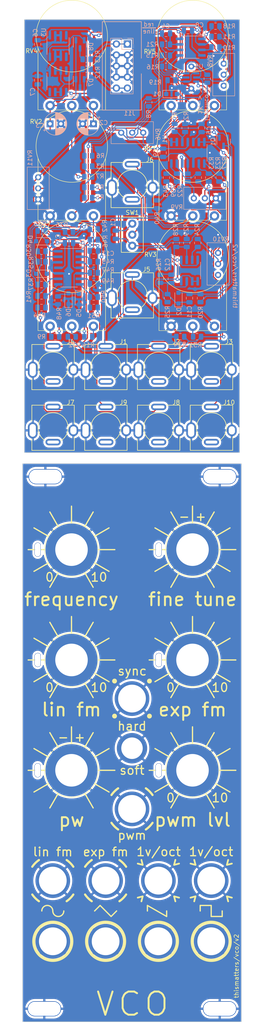
<source format=kicad_pcb>
(kicad_pcb (version 20221018) (generator pcbnew)
  (layers (0 "F.Cu" signal) (31 "B.Cu" signal) (34 "B.Paste" user) (35 "F.Paste" user) (36 "B.SilkS" user "B.Silkscreen") (37 "F.SilkS" user "F.Silkscreen") (38 "B.Mask" user) (39 "F.Mask" user) (44 "Edge.Cuts" user))
  (net 0 "")
  (net 1 "/SYNC")
  (net 2 "Net-(SW1-A)")
  (net 3 "+12V")
  (net 4 "GND")
  (net 5 "-12V")
  (net 6 "Net-(C4-Pad1)")
  (net 7 "Net-(U2B--)")
  (net 8 "Net-(Q1-D)")
  (net 9 "Net-(Q1-S)")
  (net 10 "VCC")
  (net 11 "VSS")
  (net 12 "Net-(D2-K)")
  (net 13 "Net-(D2-A)")
  (net 14 "Net-(U7-+)")
  (net 15 "Net-(C13-Pad1)")
  (net 16 "Net-(U6A--)")
  (net 17 "Net-(D1-K)")
  (net 18 "Net-(D1-A)")
  (net 19 "Net-(D3-K)")
  (net 20 "Net-(D3-A)")
  (net 21 "Net-(D4-A)")
  (net 22 "Net-(D5-K)")
  (net 23 "Net-(J1-PadT)")
  (net 25 "/CV2")
  (net 27 "/CV1")
  (net 29 "Net-(J4-PadT)")
  (net 31 "Net-(J5-PadT)")
  (net 33 "/face")
  (net 35 "/SINE")
  (net 37 "/SAW")
  (net 39 "/TRIANGLE")
  (net 41 "/SQUARE")
  (net 43 "Net-(SW1-B)")
  (net 44 "/EXP_CV")
  (net 45 "Net-(U1A-+)")
  (net 46 "/FINE")
  (net 47 "/COARSE")
  (net 48 "Net-(R8-Pad2)")
  (net 49 "Net-(R9-Pad2)")
  (net 50 "Net-(U2A--)")
  (net 51 "Net-(R11-Pad2)")
  (net 52 "Net-(R14-Pad1)")
  (net 53 "/LIN_CV")
  (net 54 "Net-(U2A-+)")
  (net 55 "Net-(R18-Pad2)")
  (net 56 "Net-(U2B-+)")
  (net 57 "Net-(R22-Pad1)")
  (net 58 "Net-(R23-Pad1)")
  (net 59 "Net-(U5-E1)")
  (net 60 "Net-(U1C--)")
  (net 61 "Net-(U1B--)")
  (net 62 "Net-(R27-Pad1)")
  (net 63 "/PWM")
  (net 64 "Net-(U7--)")
  (net 65 "/PW")
  (net 66 "Net-(R39-Pad1)")
  (net 67 "Net-(R39-Pad2)")
  (net 68 "Net-(R41-Pad2)")
  (net 69 "Net-(R42-Pad2)")
  (net 70 "Net-(U6C--)")
  (net 71 "Net-(R50-Pad2)")
  (net 74 "Net-(U6B--)")
  (net 79 "Net-(J11-Pin_1)")
  (net 80 "Net-(J11-Pin_10)")
  (net 81 "Net-(D7-common)")
  (net 82 "Net-(D8-common)")
  (net 83 "Net-(U1D-+)")
  (net 84 "Net-(U1D--)")
  (footprint "Eurorack:AudioJack2_Tayda_A-2566" (layer "F.Cu") (at 52.3875 94.615)
    (fp_text reference "J1")
    (fp_text value "EXP FM")
  )
  (footprint "Eurorack:Potentiometer_RV16AF-41-15R1" (layer "F.Cu") (at 72.4535 69.215)
    (fp_text reference "RV3")
    (fp_text value "B100K")
  )
  (footprint "Eurorack:Mech-AudioJack-Hole-Input-Voct" (layer "F.Cu") (at 76.708 212.84)
    (fp_text reference "H1")
    (fp_text value "1v/oct" hide)
  )
  (footprint "Eurorack:Mech-2M_Switch-Hole" (layer "F.Cu") (at 58.42 182.36)
    (fp_text reference "H21")
    (fp_text value "sync hardness")
  )
  (footprint "Eurorack:Mech-AudioJack-Hole-Input-CV" (layer "F.Cu") (at 58.42 196.33)
    (fp_text reference "H5")
    (fp_text value "pwm" hide)
  )
  (footprint "Eurorack:AudioJack2_Tayda_A-2566" (layer "F.Cu") (at 40.1955 108.585)
    (fp_text reference "J7")
    (fp_text value "Sine")
  )
  (footprint "Eurorack:AudioJack2_Tayda_A-2566" (layer "F.Cu") (at 64.5795 94.615)
    (fp_text reference "J2")
    (fp_text value "1V/OCT")
  )
  (footprint "Eurorack:Mech-Potentiometer-Hole_pan" (layer "F.Cu") (at 72.39 136.64)
    (fp_text reference "H12")
    (fp_text value "fine tune")
  )
  (footprint "Eurorack:Potentiometer_RV16AF-41-15R1" (layer "F.Cu") (at 44.5135 69.215)
    (fp_text reference "RV7")
    (fp_text value "B100K")
  )
  (footprint "Eurorack:AudioJack2_Tayda_A-2566" (layer "F.Cu") (at 58.4835 78.105)
    (fp_text reference "J5")
    (fp_text value "PWM")
  )
  (footprint "Eurorack:Mech-Potentiometer-Hole_level" (layer "F.Cu") (at 44.45 136.64)
    (fp_text reference "H11")
    (fp_text value "frequency")
  )
  (footprint "Eurorack:Mech-AudioJack-Hole-Output" (layer "F.Cu") (at 52.324 226.81)
    (fp_text reference "H9")
    (fp_text value "saw" hide)
  )
  (footprint "Eurorack:Mech-AudioJack-Hole-Output" (layer "F.Cu") (at 76.708 226.81)
    (fp_text reference "H10")
    (fp_text value "square" hide)
  )
  (footprint "Eurorack:Switch_SPDT_Tayda_A-5751" (layer "F.Cu") (at 58.4835 64.135)
    (fp_text reference "SW1")
    (fp_text value "Sync Mode")
  )
  (footprint "Eurorack:Mech-MountingHole" (layer "F.Cu") (at 38.42 119.84)
    (fp_text reference "H20")
    (fp_text value "MountingHole")
  )
  (footprint "Eurorack:Mech-MountingHole" (layer "F.Cu") (at 78.67 119.84)
    (fp_text reference "H17")
    (fp_text value "MountingHole")
  )
  (footprint "Eurorack:Mech-AudioJack-Hole-Input-CV" (layer "F.Cu") (at 40.132 212.84)
    (fp_text reference "H4")
    (fp_text value "lin fm" hide)
  )
  (footprint "Eurorack:AudioJack2_Tayda_A-2566" (layer "F.Cu") (at 76.7715 108.585)
    (fp_text reference "J10")
    (fp_text value "Square")
  )
  (footprint "Eurorack:Mech-Potentiometer-Hole_level" (layer "F.Cu") (at 72.39 162.04)
    (fp_text reference "H14")
    (fp_text value "exp fm")
  )
  (footprint "Eurorack:AudioJack2_Tayda_A-2566" (layer "F.Cu") (at 40.1955 94.615)
    (fp_text reference "J4")
    (fp_text value "LIN FM")
  )
  (footprint "Eurorack:Mech-Potentiometer-Hole_pan" (layer "F.Cu") (at 44.45 187.44)
    (fp_text reference "H15")
    (fp_text value "pw")
  )
  (footprint "Eurorack:Mech-MountingHole" (layer "F.Cu") (at 78.67 242.34)
    (fp_text reference "H19")
    (fp_text value "MountingHole")
  )
  (footprint "Eurorack:AudioJack2_Tayda_A-2566" (layer "F.Cu") (at 58.4835 52.705)
    (fp_text reference "J6")
    (fp_text value "SYNC")
  )
  (footprint "Eurorack:Mech-AudioJack-Hole-Output" (layer "F.Cu") (at 64.516 226.81)
    (fp_text reference "H8")
    (fp_text value "triangle" hide)
  )
  (footprint "Eurorack:Mech-AudioJack-Hole-Input-CV" (layer "F.Cu") (at 52.324 212.84)
    (fp_text reference "H3")
    (fp_text value "exp fm" hide)
  )
  (footprint "Eurorack:Mech-AudioJack-Hole-Input-Clock" (layer "F.Cu") (at 58.42 170.93)
    (fp_text reference "H6")
    (fp_text value "sync" hide)
  )
  (footprint "Eurorack:Potentiometer_RV16AF-41-15R1" (layer "F.Cu") (at 72.4535 18.415)
    (fp_text reference "RV5")
    (fp_text value "B100K")
  )
  (footprint "Eurorack:Mech-Potentiometer-Hole_level" (layer "F.Cu") (at 72.39 187.44)
    (fp_text reference "H16")
    (fp_text value "pwm lvl")
  )
  (footprint "Eurorack:Mech-MountingHole" (layer "F.Cu") (at 38.17 242.34)
    (fp_text reference "H18")
    (fp_text value "MountingHole")
  )
  (footprint "Eurorack:Mech-Potentiometer-Hole_level" (layer "F.Cu") (at 44.45 162.04)
    (fp_text reference "H13")
    (fp_text value "lin fm")
  )
  (footprint "Eurorack:AudioJack2_Tayda_A-2566" (layer "F.Cu") (at 76.7715 94.615)
    (fp_text reference "J3")
    (fp_text value "1V/OCT")
  )
  (footprint "Eurorack:Mech-AudioJack-Hole-Input-Voct" (layer "F.Cu") (at 64.516 212.84)
    (fp_text reference "H2")
    (fp_text value "1v/oct" hide)
  )
  (footprint "Eurorack:Potentiometer_RV16AF-41-15R1" (layer "F.Cu") (at 72.4535 43.815)
    (fp_text reference "RV1")
    (fp_text value "B100K")
  )
  (footprint "Eurorack:AudioJack2_Tayda_A-2566" (layer "F.Cu") (at 64.5795 108.585)
    (fp_text reference "J8")
    (fp_text value locked "Saw")
  )
  (footprint "Eurorack:AudioJack2_Tayda_A-2566" (layer "F.Cu") (at 52.3875 108.585)
    (fp_text reference "J9")
    (fp_text value "Triangle")
  )
  (footprint "Eurorack:Potentiometer_RV16AF-41-15R1" (layer "F.Cu") (at 44.5135 18.415)
    (fp_text reference "RV4")
    (fp_text value "B100K")
  )
  (footprint "Eurorack:Mech-AudioJack-Hole-Output" (layer "F.Cu") (at 40.132 226.81)
    (fp_text reference "H7")
    (fp_text value "sine" hide)
  )
  (footprint "Eurorack:Potentiometer_RV16AF-41-15R1" (layer "F.Cu") (at 44.5135 43.815)
    (fp_text reference "RV2")
    (fp_text value "B100K")
  )
  (footprint "Resistor_SMD:R_0805_2012Metric" (layer "B.Cu") (at 71.0565 66.04 -90)
    (fp_text reference "R29")
    (fp_text value "10K")
  )
  (footprint "Resistor_SMD:R_0805_2012Metric" (layer "B.Cu") (at 48.3235 48.387 180)
    (fp_text reference "R3")
    (fp_text value "100K")
  )
  (footprint "Capacitor_SMD:C_0805_2012Metric" (layer "B.Cu") (at 67.5005 74.295 -90)
    (fp_text reference "C12")
    (fp_text value "10p")
  )
  (footprint "Resistor_SMD:R_0805_2012Metric" (layer "B.Cu") (at 48.3235 53.213 180)
    (fp_text reference "R5")
    (fp_text value "100K")
  )
  (footprint "Capacitor_SMD:C_0805_2012Metric" (layer "B.Cu") (at 36.6395 28.575 90)
    (fp_text reference "C7")
    (fp_text value "100n")
  )
  (footprint "Resistor_SMD:R_0805_2012Metric" (layer "B.Cu") (at 49.5935 72.898 180)
    (fp_text reference "R47")
    (fp_text value "150K")
  )
  (footprint "Resistor_SMD:R_0805_2012Metric" (layer "B.Cu") (at 49.5935 75.438 180)
    (fp_text reference "R49")
    (fp_text value "1.2K")
  )
  (footprint "Resistor_SMD:R_0805_2012Metric" (layer "B.Cu") (at 75.791898 28.2175 90)
    (fp_text reference "R17")
    (fp_text value "1M")
  )
  (footprint "Resistor_SMD:R_0805_2012Metric" (layer "B.Cu") (at 64.9605 74.295 -90)
    (fp_text reference "R26")
    (fp_text value "1M")
  )
  (footprint "Resistor_SMD:R_0805_2012Metric" (layer "B.Cu") (at 41.3385 79.248 -90)
    (fp_text reference "R48")
    (fp_text value "22K")
  )
  (footprint "Resistor_SMD:R_0805_2012Metric" (layer "B.Cu") (at 48.3235 45.974 180)
    (fp_text reference "R6")
    (fp_text value "3M3")
  )
  (footprint "Resistor_SMD:R_0805_2012Metric" (layer "B.Cu") (at 66.266898 22.86 180)
    (fp_text reference "R15")
    (fp_text value "100K")
  )
  (footprint "Resistor_SMD:R_0805_2012Metric" (layer "B.Cu") (at 48.3235 55.626 180)
    (fp_text reference "R4")
    (fp_text value "100K")
  )
  (footprint "Resistor_SMD:R_0805_2012Metric" (layer "B.Cu") (at 49.5935 65.278)
    (fp_text reference "R46")
    (fp_text value "1K")
  )
  (footprint "Resistor_SMD:R_0805_2012Metric" (layer "B.Cu") (at 66.3575 50.992 90)
    (fp_text reference "R43")
    (fp_text value "1K")
  )
  (footprint "Diode_SMD:D_SOD-323_HandSoldering" (layer "B.Cu") (at 67.556898 31.75)
    (fp_text reference "D1")
    (fp_text value "1N4148")
  )
  (footprint "Capacitor_SMD:C_0805_2012Metric" (layer "B.Cu") (at 74.4855 39.562 90)
    (fp_text reference "C5")
    (fp_text value "220p")
  )
  (footprint "Package_SO:SOIC-8_3.9x4.9mm_P1.27mm" (layer "B.Cu") (at 71.6915 72.39 -90)
    (fp_text reference "U7")
    (fp_text value "LM311")
  )
  (footprint "Diode_SMD:D_SOD-323_HandSoldering" (layer "B.Cu") (at 69.1515 78.74 90)
    (fp_text reference "D2")
    (fp_text value "1N4148")
  )
  (footprint "Potentiometer_THT:Potentiometer_Bourns_3296W_Vertical" (layer "B.Cu") (at 55.9335 40.64 180)
    (fp_text reference "RV6")
    (fp_text value "250K")
  )
  (footprint "Capacitor_SMD:C_0805_2012Metric" (layer "B.Cu") (at 66.266898 17.78 180)
    (fp_text reference "C4")
    (fp_text value "100p")
  )
  (footprint "Eurorack:SOT457+thermco_resistor" (layer "B.Cu") (at 72.114398 27.94 180)
    (fp_text reference "U5")
    (fp_text value "thermally_coupled_transistor_pair")
  )
  (footprint "Resistor_SMD:R_0805_2012Metric" (layer "B.Cu") (at 47.9425 26.035 180)
    (fp_text reference "R12")
    (fp_text value "10")
  )
  (footprint "Capacitor_THT:CP_Radial_D5.0mm_P2.50mm" (layer "B.Cu") (at 39.498387 38.608)
    (fp_text reference "C3")
    (fp_text value "22u 50V")
  )
  (footprint "Package_TO_SOT_SMD:SOT-23" (layer "B.Cu") (at 46.4185 29.2885 -90)
    (fp_text reference "D7")
    (fp_text value "D_Dual_Series_AKC")
  )
  (footprint "Resistor_SMD:R_0805_2012Metric" (layer "B.Cu") (at 70.6755 39.562 -90)
    (fp_text reference "R2")
    (fp_text value "47K")
  )
  (footprint "Resistor_SMD:R_0805_2012Metric" (layer "B.Cu") (at 67.536898 28.575 180)
    (fp_text reference "R19")
    (fp_text value "1M")
  )
  (footprint "Resistor_SMD:R_0805_2012Metric" (layer "B.Cu") (at 73.5965 66.04 -90)
    (fp_text reference "R24")
    (fp_text value "10K")
  )
  (footprint "Resistor_SMD:R_0805_2012Metric" (layer "B.Cu") (at 77.696898 20.955)
    (fp_text reference "R10")
    (fp_text value "47K")
  )
  (footprint "Capacitor_SMD:C_0805_2012Metric" (layer "B.Cu") (at 54.6735 64.135 90)
    (fp_text reference "C1")
    (fp_text value "47p")
  )
  (footprint "Resistor_SMD:R_0805_2012Metric" (layer "B.Cu") (at 49.5935 62.865)
    (fp_text reference "R42")
    (fp_text value "150K")
  )
  (footprint "Diode_SMD:D_SOD-323_HandSoldering" (layer "B.Cu") (at 37.5285 65.659 180)
    (fp_text reference "D4")
    (fp_text value "1N4148")
  )
  (footprint "Package_SO:SOIC-14_3.9x8.7mm_P1.27mm" (layer "B.Cu") (at 43.8785 71.755 180)
    (fp_text reference "U6")
    (fp_text value "TL074")
  )
  (footprint "Resistor_SMD:R_0805_2012Metric" (layer "B.Cu") (at 69.5725 87.63)
    (fp_text reference "R34")
    (fp_text value "470K")
  )
  (footprint "Resistor_SMD:R_0805_2012Metric" (layer "B.Cu") (at 71.3105 50.992 90)
    (fp_text reference "R22")
    (fp_text value "22K")
  )
  (footprint "Resistor_SMD:R_0805_2012Metric" (layer "B.Cu") (at 37.5285 80.899)
    (fp_text reference "R44")
    (fp_text value "1K")
  )
  (footprint "Resistor_SMD:R_0805_2012Metric" (layer "B.Cu") (at 49.5935 80.899)
    (fp_text reference "R51")
    (fp_text value "1K")
  )
  (footprint "Resistor_SMD:R_0805_2012Metric" (layer "B.Cu") (at 66.266898 20.32 180)
    (fp_text reference "R21")
    (fp_text value "10K")
  )
  (footprint "Capacitor_THT:CP_Radial_D5.0mm_P2.50mm" (layer "B.Cu") (at 49.528612 38.608 180)
    (fp_text reference "C2")
    (fp_text value "22u 50V")
  )
  (footprint "Resistor_SMD:R_0805_2012Metric" (layer "B.Cu") (at 49.5935 70.358)
    (fp_text reference "R45")
    (fp_text value "180K")
  )
  (footprint "Resistor_SMD:R_0805_2012Metric" (layer "B.Cu") (at 76.1365 50.992 90)
    (fp_text reference "R23")
    (fp_text value "100K")
  )
  (footprint "Capacitor_SMD:C_0805_2012Metric" (layer "B.Cu") (at 71.346898 17.145)
    (fp_text reference "C8")
    (fp_text value "100n")
  )
  (footprint "Resistor_SMD:R_0805_2012Metric" (layer "B.Cu") (at 37.5285 67.945 180)
    (fp_text reference "R30")
    (fp_text value "100K")
  )
  (footprint "Package_TO_SOT_SMD:SOT-23" (layer "B.Cu") (at 79.5655 42.737 -90)
    (fp_text reference "Q1")
    (fp_text value "MMBFJ113")
  )
  (footprint "Resistor_SMD:R_0805_2012Metric" (layer "B.Cu") (at 66.266898 25.4)
    (fp_text reference "R16")
    (fp_text value "100K")
  )
  (footprint "Package_SO:SOIC-14_3.9x8.7mm_P1.27mm" (layer "B.Cu") (at 71.3105 45.277 -90)
    (fp_text reference "U1")
    (fp_text value "TL074")
  )
  (footprint "Resistor_SMD:R_0805_2012Metric" (layer "B.Cu") (at 68.7705 50.992 90)
    (fp_text reference "R39")
    (fp_text value "10K")
  )
  (footprint "Resistor_SMD:R_0805_2012Metric" (layer "B.Cu") (at 68.6435 66.04 90)
    (fp_text reference "R28")
    (fp_text value "10K")
  )
  (footprint "Resistor_SMD:R_0805_2012Metric" (layer "B.Cu") (at 66.6115 78.74 -90)
    (fp_text reference "R25")
    (fp_text value "33K")
  )
  (footprint "Resistor_SMD:R_0805_2012Metric" (layer "B.Cu") (at 73.7235 50.992 -90)
    (fp_text reference "R33")
    (fp_text value "10K")
  )
  (footprint "Resistor_SMD:R_0805_2012Metric" (layer "B.Cu") (at 74.2315 78.74 90)
    (fp_text reference "R20")
    (fp_text value "100K")
  )
  (footprint "Capacitor_SMD:C_0805_2012Metric" (layer "B.Cu") (at 71.6915 78.74 90)
    (fp_text reference "C11")
    (fp_text value "47p")
  )
  (footprint "Package_SO:SOIC-8_3.9x4.9mm_P1.27mm" (layer "B.Cu") (at 41.3385 28.829 90)
    (fp_text reference "U4")
    (fp_text value "L79L12_SO8")
  )
  (footprint "Resistor_SMD:R_0805_2012Metric" (layer "B.Cu") (at 43.8785 63.5 180)
    (fp_text reference "R36")
    (fp_text value "100K")
  )
  (footprint "Resistor_SMD:R_0805_2012Metric" (layer "B.Cu") (at 40.7035 87.63 180)
    (fp_text reference "R9")
    (fp_text value "27K")
  )
  (footprint "Package_TO_SOT_SMD:SOT-23" (layer "B.Cu") (at 46.4185 20.32 -90)
    (fp_text reference "D8")
    (fp_text value "D_Dual_Series_AKC")
  )
  (footprint "Resistor_SMD:R_0805_2012Metric" (layer "B.Cu") (at 37.5285 78.232)
    (fp_text reference "R41")
    (fp_text value "100K")
  )
  (footprint "Diode_SMD:D_SOD-323_HandSoldering" (layer "B.Cu") (at 46.1645 78.994 -90)
    (fp_text reference "D5")
    (fp_text value "1N4148")
  )
  (footprint "Capacitor_SMD:C_0805_2012Metric" (layer "B.Cu") (at 65.5955 45.277 -90)
    (fp_text reference "C9")
    (fp_text value "100n")
  )
  (footprint "Resistor_SMD:R_0805_2012Metric" (layer "B.Cu") (at 44.5135 87.63 180)
    (fp_text reference "R32")
    (fp_text value "100K")
  )
  (footprint "Capacitor_SMD:C_0805_2012Metric" (layer "B.Cu") (at 36.6395 20.32 -90)
    (fp_text reference "C6")
    (fp_text value "100n")
  )
  (footprint "Resistor_SMD:R_0805_2012Metric" (layer "B.Cu") (at 68.2625 39.5385 90)
    (fp_text reference "R1")
    (fp_text value "68K")
  )
  (footprint "Capacitor_SMD:C_0805_2012Metric" (layer "B.Cu") (at 43.8785 66.04 180)
    (fp_text reference "C10")
    (fp_text value "100n")
  )
  (footprint "Resistor_SMD:R_0805_2012Metric" (layer "B.Cu") (at 48.3235 87.63 180)
    (fp_text reference "R14")
    (fp_text value "27K")
  )
  (footprint "Resistor_SMD:R_0805_2012Metric" (layer "B.Cu") (at 62.2935 33.655 -90)
    (fp_text reference "R8")
    (fp_text value "470K")
  )
  (footprint "Potentiometer_THT:Potentiometer_Bourns_3296W_Vertical" (layer "B.Cu") (at 36.7665 50.917 90)
    (fp_text reference "RV11")
    (fp_text value "50K")
  )
  (footprint "Diode_SMD:D_SOD-323_HandSoldering" (layer "B.Cu") (at 43.7515 78.867 90)
    (fp_text reference "D6")
    (fp_text value "1N4148")
  )
  (footprint "Capacitor_SMD:C_0805_2012Metric" (layer "B.Cu") (at 49.5935 67.818 180)
    (fp_text reference "C13")
    (fp_text value "47p")
  )
  (footprint "Resistor_SMD:R_0805_2012Metric" (layer "B.Cu") (at 64.1985 57.15 90)
    (fp_text reference "R40")
    (fp_text value "8.2K")
  )
  (footprint "Resistor_SMD:R_0805_2012Metric" (layer "B.Cu") (at 49.5935 78.486 180)
    (fp_text reference "R50")
    (fp_text value "15K")
  )
  (footprint "Resistor_SMD:R_0805_2012Metric" (layer "B.Cu") (at 37.5285 70.358 180)
    (fp_text reference "R35")
    (fp_text value "100K")
  )
  (footprint "Package_SO:SO-8_3.9x4.9mm_P1.27mm" (layer "B.Cu") (at 71.981898 20.955 180)
    (fp_text reference "U2")
    (fp_text value "OPA2134")
  )
  (footprint "Resistor_SMD:R_0805_2012Metric" (layer "B.Cu") (at 78.5495 50.992 -90)
    (fp_text reference "R27")
    (fp_text value "220K")
  )
  (footprint "Resistor_SMD:R_0805_2012Metric" (layer "B.Cu") (at 48.3235 50.8)
    (fp_text reference "R7")
    (fp_text value "220K")
  )
  (footprint "Diode_SMD:D_SOD-323_HandSoldering" (layer "B.Cu") (at 37.5085 73.1266 180)
    (fp_text reference "D3")
    (fp_text value "1N4148")
  )
  (footprint "Resistor_SMD:R_0805_2012Metric" (layer "B.Cu") (at 77.696898 18.542)
    (fp_text reference "R11")
    (fp_text value "33K")
  )
  (footprint "Potentiometer_THT:Potentiometer_Bourns_3296W_Vertical" (layer "B.Cu") (at 78.2955 68.326 90)
    (fp_text reference "RV10")
    (fp_text value "100K")
  )
  (footprint "Potentiometer_THT:Potentiometer_Bourns_3296W_Vertical" (layer "B.Cu") (at 79.601898 24.755 90)
    (fp_text reference "RV8")
    (fp_text value "25K")
  )
  (footprint "Resistor_SMD:R_0805_2012Metric" (layer "B.Cu") (at 77.696898 16.129 180)
    (fp_text reference "R18")
    (fp_text value "22K")
  )
  (footprint "Potentiometer_THT:Potentiometer_Bourns_3296W_Vertical" (layer "B.Cu") (at 72.6975 55.753 180)
    (fp_text reference "RV9")
    (fp_text value "100K")
  )
  (footprint "Resistor_SMD:R_0805_2012Metric" (layer "B.Cu") (at 73.446 87.63)
    (fp_text reference "R31")
    (fp_text value "180K")
  )
  (footprint "Eurorack:PinHeader_2x05_P2.54mm_Vertical" (layer "B.Cu") (at 57.3532 20.2311 180)
    (fp_text reference "J11")
    (fp_text value "Conn_02x05_Odd_Even")
  )
  (footprint "Resistor_SMD:R_0805_2012Metric" (layer "B.Cu") (at 37.5285 63.246)
    (fp_text reference "R38")
    (fp_text value "47K")
  )
  (footprint "Resistor_SMD:R_0805_2012Metric" (layer "B.Cu") (at 47.9425 23.749)
    (fp_text reference "R13")
    (fp_text value "10")
  )
  (footprint "Resistor_SMD:R_0805_2012Metric" (layer "B.Cu") (at 37.5285 75.6158)
    (fp_text reference "R37")
    (fp_text value "100K")
  )
  (footprint "Package_SO:SOIC-8_3.9x4.9mm_P1.27mm" (layer "B.Cu") (at 41.3385 20.701 -90)
    (fp_text reference "U3")
    (fp_text value "L78L12_SO8")
  )
  (gr_line (start 60.8685 16.51) (end 63.881 16.51) (stroke (width 0.2)) (layer "B.SilkS"))
  (gr_line (start 79.248 221.095) (end 79.248 219.825) (stroke (width 0.3)) (layer "F.SilkS"))
  (gr_line (start 76.708 218.555) (end 76.708 221.095) (stroke (width 0.3)) (layer "F.SilkS"))
  (gr_line (start 61.976 218.555) (end 66.421 221.095) (stroke (width 0.3)) (layer "F.SilkS"))
  (gr_line (start 49.784 219.825) (end 51.054 218.555) (stroke (width 0.3)) (layer "F.SilkS"))
  (gr_line (start 74.168 218.555) (end 76.708 218.555) (stroke (width 0.3)) (layer "F.SilkS"))
  (gr_line (start 74.168 219.825) (end 74.168 218.555) (stroke (width 0.3)) (layer "F.SilkS"))
  (gr_line (start 51.054 218.555) (end 53.594 221.095) (stroke (width 0.3)) (layer "F.SilkS"))
  (gr_arc (start 42.672 219.825) (mid 41.402 221.095) (end 40.132 219.825) (stroke (width 0.3)) (layer "F.SilkS"))
  (gr_line (start 76.708 221.095) (end 79.248 221.095) (stroke (width 0.3)) (layer "F.SilkS"))
  (gr_line (start 61.976 219.825) (end 61.976 218.555) (stroke (width 0.3)) (layer "F.SilkS"))
  (gr_line (start 66.421 221.095) (end 66.421 219.825) (stroke (width 0.3)) (layer "F.SilkS"))
  (gr_arc (start 37.592 219.825) (mid 38.862 218.555) (end 40.132 219.825) (stroke (width 0.3)) (layer "F.SilkS"))
  (gr_line (start 53.594 221.095) (end 54.864 219.825) (stroke (width 0.3)) (layer "F.SilkS"))
  (gr_rect (start 33.5915 14.605) (end 83.2485 114.3) (stroke (width 0.1)) (fill none) (layer "Edge.Cuts"))
  (gr_rect (start 33.17 116.84) (end 83.67 245.34) (stroke (width 0.1)) (fill none) (layer "Edge.Cuts"))
  (gr_text "thismatters/vco/v2" (at 82.2325 73.66 270) (layer "B.SilkS") (effects (font (size 1 1)) (justify mirror)))
  (gr_text "red\nline" (at 62.2935 16.51) (layer "B.SilkS") (effects (font (size 1 1)) (justify mirror)))
  (gr_text "Thermco\n  1K->\n" (at 74.9935 34.925 -90) (layer "B.SilkS") (effects (font (size 1 1)) (justify mirror)))
  (gr_text "soft" (at 58.42 187.44) (layer "F.SilkS") (effects (font (size 2 2) (thickness 0.3))))
  (gr_text "thismatters/vco/v2" (at 82.54 232.525 90) (layer "F.SilkS") (effects (font (size 1 1))))
  (gr_text "exp fm" (at 52.3494 207.391) (layer "F.SilkS") (effects (font (size 2 2) (thickness 0.3) bold) (justify bottom)))
  (gr_text "vco" (at 58.42 240.03) (layer "F.SilkS") (effects (font (size 8 7) (thickness 0.45))))
  (gr_text "1v/oct" (at 64.5668 207.3656) (layer "F.SilkS") (effects (font (size 2 2) (thickness 0.3) bold) (justify bottom)))
  (gr_text "pwm" (at 58.42 203.581) (layer "F.SilkS") (effects (font (size 2 2) (thickness 0.3) bold) (justify bottom)))
  (gr_text "hard" (at 58.42 177.28) (layer "F.SilkS") (effects (font (size 2 2) (thickness 0.3))))
  (gr_text "1v/oct" (at 76.6826 207.3656) (layer "F.SilkS") (effects (font (size 2 2) (thickness 0.3) bold) (justify bottom)))
  (gr_text "lin fm" (at 40.132 207.391) (layer "F.SilkS") (effects (font (size 2 2) (thickness 0.3) bold) (justify bottom)))
  (gr_text "sync" (at 58.4708 165.7604) (layer "F.SilkS") (effects (font (size 2 2) (thickness 0.3) bold) (justify bottom)))
  (segment (start 54.6735 65.085) (end 56.8935 65.085) (width 0.25) (layer "B.Cu") (net 1))
  (segment (start 67.524 65.1275) (end 69.1515 65.1275) (width 0.25) (layer "B.Cu") (net 1))
  (segment (start 65.9765 66.675) (end 58.4835 66.675) (width 0.25) (layer "B.Cu") (net 1))
  (segment (start 56.8935 65.085) (end 58.4835 66.675) (width 0.25) (layer "B.Cu") (net 1))
  (segment (start 65.9765 66.675) (end 67.524 65.1275) (width 0.25) (layer "B.Cu") (net 1))
  (segment (start 56.8935 63.185) (end 58.4835 61.595) (width 0.25) (layer "B.Cu") (net 2))
  (segment (start 54.6735 63.185) (end 56.8935 63.185) (width 0.25) (layer "B.Cu") (net 2))
  (segment (start 74.1745 37.694) (end 69.560292 37.694) (width 0.25) (layer "F.Cu") (net 3))
  (segment (start 77.4535 34.415) (end 74.1745 37.694) (width 0.25) (layer "F.Cu") (net 3))
  (segment (start 36.7665 50.917) (end 35.7215 51.962) (width 0.25) (layer "F.Cu") (net 3))
  (segment (start 53.276802 39.595) (end 49.5135 35.831698) (width 0.25) (layer "F.Cu") (net 3))
  (segment (start 61.0135 40.64) (end 59.9685 39.595) (width 0.25) (layer "F.Cu") (net 3))
  (segment (start 46.261 65.2475) (end 47.0535 66.04) (width 0.25) (layer "F.Cu") (net 3))
  (segment (start 49.5135 35.831698) (end 49.5135 34.415) (width 0.25) (layer "F.Cu") (net 3))
  (segment (start 35.7215 59.913604) (end 41.055396 65.2475) (width 0.25) (layer "F.Cu") (net 3))
  (segment (start 35.7215 51.962) (end 35.7215 59.913604) (width 0.25) (layer "F.Cu") (net 3))
  (segment (start 47.0535 66.04) (end 47.414 66.4005) (width 0.25) (layer "F.Cu") (net 3))
  (segment (start 64.3255 42.928792) (end 64.3255 44.327) (width 0.25) (layer "F.Cu") (net 3))
  (segment (start 47.414 66.4005) (end 47.414 86.36) (width 0.25) (layer "F.Cu") (net 3))
  (segment (start 59.9685 39.595) (end 53.276802 39.595) (width 0.25) (layer "F.Cu") (net 3))
  (segment (start 41.055396 65.2475) (end 46.261 65.2475) (width 0.25) (layer "F.Cu") (net 3))
  (segment (start 69.560292 37.694) (end 64.3255 42.928792) (width 0.25) (layer "F.Cu") (net 3))
  (via (at 64.3255 44.327) (size 0.8) (drill 0.4) (layers "F.Cu" "B.Cu") (net 3))
  (via (at 47.414 86.36) (size 0.8) (drill 0.4) (layers "F.Cu" "B.Cu") (net 3))
  (via (at 47.0535 66.04) (size 0.8) (drill 0.4) (layers "F.Cu" "B.Cu") (net 3))
  (segment (start 39.4335 21.235593) (end 39.891297 20.777796) (width 0.25) (layer "B.Cu") (net 3))
  (segment (start 44.8625 18.32) (end 44.196 18.9865) (width 0.25) (layer "B.Cu") (net 3))
  (segment (start 47.3685 28.351) (end 47.8675 27.852) (width 0.25) (layer "B.Cu") (net 3))
  (segment (start 44.8285 66.04) (end 44.8285 71.435) (width 0.25) (layer "B.Cu") (net 3))
  (segment (start 39.4335 23.176) (end 39.4335 21.235593) (width 0.25) (layer "B.Cu") (net 3))
  (segment (start 61.0135 43.053) (end 62.2875 44.327) (width 0.25) (layer "B.Cu") (net 3))
  (segment (start 47.0535 66.04) (end 44.8285 66.04) (width 0.25) (layer "B.Cu") (net 3))
  (segment (start 44.8285 71.435) (end 45.1485 71.755) (width 0.25) (layer "B.Cu") (net 3))
  (segment (start 45.1485 71.755) (end 46.3535 71.755) (width 0.25) (layer "B.Cu") (net 3))
  (segment (start 39.891297 20.777796) (end 43.547704 20.777796) (width 0.25) (layer "B.Cu") (net 3))
  (segment (start 71.3105 43.776999) (end 71.3105 42.802) (width 0.25) (layer "B.Cu") (net 3))
  (segment (start 62.2875 44.327) (end 64.3255 44.327) (width 0.25) (layer "B.Cu") (net 3))
  (segment (start 49.5135 38.17) (end 49.5135 34.415) (width 0.25) (layer "B.Cu") (net 3))
  (segment (start 65.5955 44.327) (end 64.3255 44.327) (width 0.25) (layer "B.Cu") (net 3))
  (segment (start 47.8675 27.852) (end 47.8675 19.8815) (width 0.25) (layer "B.Cu") (net 3))
  (segment (start 43.547704 20.777796) (end 44.196 20.1295) (width 0.25) (layer "B.Cu") (net 3))
  (segment (start 44.196 20.1295) (end 44.196 18.9865) (width 0.25) (layer "B.Cu") (net 3))
  (segment (start 47.3685 28.351) (end 47.3685 32.27) (width 0.25) (layer "B.Cu") (net 3))
  (segment (start 65.5955 44.327) (end 70.760499 44.327) (width 0.25) (layer "B.Cu") (net 3))
  (segment (start 47.411 86.363) (end 47.414 86.36) (width 0.25) (layer "B.Cu") (net 3))
  (segment (start 70.760499 44.327) (end 71.3105 43.776999) (width 0.25) (layer "B.Cu") (net 3))
  (segment (start 61.0135 40.64) (end 61.0135 43.053) (width 0.25) (layer "B.Cu") (net 3))
  (segment (start 46.306 18.32) (end 44.8625 18.32) (width 0.25) (layer "B.Cu") (net 3))
  (segment (start 47.3685 32.27) (end 49.5135 34.415) (width 0.25) (layer "B.Cu") (net 3))
  (segment (start 47.411 87.63) (end 47.411 86.363) (width 0.25) (layer "B.Cu") (net 3))
  (segment (start 47.8675 19.8815) (end 47.3685 19.3825) (width 0.25) (layer "B.Cu") (net 3))
  (segment (start 47.3685 19.3825) (end 46.306 18.32) (width 0.25) (layer "B.Cu") (net 3))
  (segment (start 36.7665 50.917) (end 49.5135 38.17) (width 0.25) (layer "B.Cu") (net 3))
  (segment (start 76.3905 45.277) (end 76.3905 44.577) (width 0.25) (layer "F.Cu") (net 4))
  (segment (start 61.5696 27.8511) (end 64.0715 30.353) (width 0.25) (layer "F.Cu") (net 4))
  (segment (start 64.0715 30.353) (end 67.6275 30.353) (width 0.25) (layer "F.Cu") (net 4))
  (segment (start 69.5305 59.815) (end 72.3265 62.611) (width 0.25) (layer "F.Cu") (net 4))
  (segment (start 72.3265 62.611) (end 77.9145 62.611) (width 0.25) (layer "F.Cu") (net 4))
  (segment (start 69.7865 29.337) (end 70.9295 30.48) (width 0.25) (layer "F.Cu") (net 4))
  (segment (start 72.7075 40.513) (end 76.3905 44.196) (width 0.25) (layer "F.Cu") (net 4))
  (segment (start 78.4225 64.008) (end 78.2955 64.135) (width 0.25) (layer "F.Cu") (net 4))
  (segment (start 43.8785 73.152) (end 43.8785 74.168) (width 0.25) (layer "F.Cu") (net 4))
  (segment (start 78.4225 63.119) (end 78.4225 64.008) (width 0.25) (layer "F.Cu") (net 4))
  (segment (start 76.3905 38.292) (end 76.3905 45.277) (width 0.25) (layer "F.Cu") (net 4))
  (segment (start 70.5485 63.754) (end 71.6915 62.611) (width 0.25) (layer "F.Cu") (net 4))
  (segment (start 72.0725 38.419) (end 72.0725 39.878) (width 0.25) (layer "F.Cu") (net 4))
  (segment (start 76.3905 44.577) (end 76.3905 43.499) (width 0.25) (layer "F.Cu") (net 4))
  (segment (start 77.9145 62.611) (end 78.4225 63.119) (width 0.25) (layer "F.Cu") (net 4))
  (segment (start 39.5135 59.815) (end 39.5135 62.564) (width 0.25) (layer "F.Cu") (net 4))
  (segment (start 70.9295 30.48) (end 72.114398 30.48) (width 0.25) (layer "F.Cu") (net 4))
  (segment (start 39.5135 62.564) (end 41.3385 64.389) (width 0.25) (layer "F.Cu") (net 4))
  (segment (start 69.7865 27.94) (end 69.7865 29.337) (width 0.25) (layer "F.Cu") (net 4))
  (segment (start 67.4535 59.815) (end 69.5305 59.815) (width 0.25) (layer "F.Cu") (net 4))
  (segment (start 57.3532 27.8511) (end 61.5696 27.8511) (width 0.25) (layer "F.Cu") (net 4))
  (segment (start 71.6915 62.611) (end 72.3265 62.611) (width 0.25) (layer "F.Cu") (net 4))
  (via (at 76.3905 41.529) (size 0.8) (drill 0.4) (layers "F.Cu" "B.Cu") (net 4))
  (via (at 76.3905 38.292) (size 0.8) (drill 0.4) (layers "F.Cu" "B.Cu") (net 4))
  (via (at 67.6275 30.353) (size 0.8) (drill 0.4) (layers "F.Cu" "B.Cu") (net 4))
  (via (at 77.2795 22.987) (size 0.8) (drill 0.4) (layers "F.Cu" "B.Cu") (net 4))
  (via (at 72.0725 38.419) (size 0.8) (drill 0.4) (layers "F.Cu" "B.Cu") (net 4))
  (via (at 72.7075 40.513) (size 0.8) (drill 0.4) (layers "F.Cu" "B.Cu") (net 4))
  (via (at 69.7865 27.94) (size 0.8) (drill 0.4) (layers "F.Cu" "B.Cu") (net 4))
  (via (at 47.3075 64.389) (size 0.8) (drill 0.4) (layers "F.Cu" "B.Cu") (net 4))
  (via (at 43.8785 73.152) (size 0.8) (drill 0.4) (layers "F.Cu" "B.Cu") (net 4))
  (via (at 78.2955 64.135) (size 0.8) (drill 0.4) (layers "F.Cu" "B.Cu") (net 4))
  (via (at 76.3905 45.277) (size 0.8) (drill 0.4) (layers "F.Cu" "B.Cu") (net 4))
  (via (at 41.3385 64.389) (size 0.8) (drill 0.4) (layers "F.Cu" "B.Cu") (net 4))
  (via (at 70.5485 63.754) (size 0.8) (drill 0.4) (layers "F.Cu" "B.Cu") (net 4))
  (segment (start 54.8132 22.7711) (end 57.3532 22.7711) (width 0.25) (layer "B.Cu") (net 4))
  (segment (start 58.5282 21.5961) (end 58.5282 19.0947) (width 0.25) (layer "B.Cu") (net 4))
  (segment (start 74.080501 45.277) (end 72.5805 46.777001) (width 0.25) (layer "B.Cu") (net 4))
  (segment (start 78.609398 20.955) (end 78.609398 21.657102) (width 0.25) (layer "B.Cu") (net 4))
  (segment (start 72.5805 46.777001) (end 72.5805 47.752) (width 0.25) (layer "B.Cu") (net 4))
  (segment (start 40.428501 70.485) (end 41.4035 70.485) (width 0.25) (layer "B.Cu") (net 4))
  (segment (start 49.6685 72.2029) (end 49.6685 74.6005) (width 0.25) (layer "B.Cu") (net 4))
  (segment (start 42.9985 64.525) (end 43.307 64.8335) (width 0.25) (layer "B.Cu") (net 4))
  (segment (start 43.4485 64.975) (end 46.7215 64.975) (width 0.25) (layer "B.Cu") (net 4))
  (segment (start 69.7865 27.94) (end 70.976898 27.94) (width 0.25) (layer "B.Cu") (net 4))
  (segment (start 42.7035 75.915908) (end 41.75121 76.868198) (width 0.25) (layer "B.Cu") (net 4))
  (segment (start 38.8085 21.224197) (end 40.7035 19.329197) (width 0.25) (layer "B.Cu") (net 4))
  (segment (start 42.378499 73.025) (end 42.7035 73.350001) (width 0.25) (layer "B.Cu") (net 4))
  (segment (start 41.75121 76.868198) (end 41.273202 76.868198) (width 0.25) (layer "B.Cu") (net 4))
  (segment (start 76.3905 45.277) (end 74.080501 45.277) (width 0.25) (layer "B.Cu") (net 4))
  (segment (start 57.3532 22.7711) (end 58.5282 21.5961) (width 0.25) (layer "B.Cu") (net 4))
  (segment (start 43.8785 65.405) (end 43.8785 67.945) (width 0.25) (layer "B.Cu") (net 4))
  (segment (start 43.307 64.8335) (end 43.8785 65.405) (width 0.25) (layer "B.Cu") (net 4))
  (segment (start 40.7035 19.329197) (end 40.7035 18.226) (width 0.25) (layer "B.Cu") (net 4))
  (segment (start 41.9735 18.226) (end 40.7035 18.226) (width 0.25) (layer "B.Cu") (net 4))
  (segment (start 41.3385 64.389) (end 41.4745 64.525) (width 0.25) (layer "B.Cu") (net 4))
  (segment (start 68.310146 26.903148) (end 69.346998 27.94) (width 0.25) (layer "B.Cu") (net 4))
  (segment (start 40.0685 72.664999) (end 40.0685 70.845001) (width 0.25) (layer "B.Cu") (net 4))
  (segment (start 57.3532 22.7711) (end 57.3532 27.8511) (width 0.25) (layer "B.Cu") (net 4))
  (segment (start 41.4035 73.025) (end 40.428501 73.025) (width 0.25) (layer "B.Cu") (net 4))
  (segment (start 47.2754 70.485) (end 48.6634 71.873) (width 0.25) (layer "B.Cu") (net 4))
  (segment (start 78.609398 21.657102) (end 77.2795 22.987) (width 0.25) (layer "B.Cu") (net 4))
  (segment (start 58.4896 19.0561) (end 50.5374 19.0561) (width 0.25) (layer "B.Cu") (net 4))
  (segment (start 39.4335 25.420999) (end 39.4335 26.354) (width 0.25) (layer "B.Cu") (net 4))
  (segment (start 54.8132 25.3111) (end 57.3532 25.3111) (width 0.25) (layer "B.Cu") (net 4))
  (segment (start 41.4035 73.025) (end 42.378499 73.025) (width 0.25) (layer "B.Cu") (net 4))
  (segment (start 51.6296 31.5661) (end 57.839901 31.5661) (width 0.25) (layer "B.Cu") (net 4))
  (segment (start 54.8132 27.8511) (end 57.3532 27.8511) (width 0.25) (layer "B.Cu") (net 4))
  (segment (start 40.0685 70.845001) (end 40.428501 70.485) (width 0.25) (layer "B.Cu") (net 4))
  (segment (start 58.5282 19.0947) (end 58.4896 19.0561) (width 0.25) (layer "B.Cu") (net 4))
  (segment (start 40.7035 23.176) (end 40.7035 24.150999) (width 0.25) (layer "B.Cu") (net 4))
  (segment (start 46.7215 64.975) (end 47.3075 64.389) (width 0.25) (layer "B.Cu") (net 4))
  (segment (start 39.4335 26.354) (end 38.8085 25.729) (width 0.25) (layer "B.Cu") (net 4))
  (segment (start 72.0725 38.419) (end 70.906 38.419) (width 0.25) (layer "B.Cu") (net 4))
  (segment (start 58.6105 29.1084) (end 57.3532 27.8511) (width 0.25) (layer "B.Cu") (net 4))
  (segment (start 49.6685 74.6005) (end 50.506 75.438) (width 0.25) (layer "B.Cu") (net 4))
  (segment (start 71.0565 64.262) (end 70.5485 63.754) (width 0.25) (layer "B.Cu") (net 4))
  (segment (start 41.9735 23.176) (end 40.7035 23.176) (width 0.25) (layer "B.Cu") (net 4))
  (segment (start 49.3386 71.873) (end 49.6685 72.2029) (width 0.25) (layer "B.Cu") (net 4))
  (segment (start 41.4745 64.525) (end 42.9985 64.525) (width 0.25) (layer "B.Cu") (net 4))
  (segment (start 38.8085 25.729) (end 38.8085 21.224197) (width 0.25) (layer "B.Cu") (net 4))
  (segment (start 50.5374 19.0561) (end 49.4665 20.127) (width 0.25) (layer "B.Cu") (net 4))
  (segment (start 46.3535 70.485) (end 47.2754 70.485) (width 0.25) (layer "B.Cu") (net 4))
  (segment (start 50.5165 75.438) (end 53.7835 78.705) (width 0.25) (layer "B.Cu") (net 4))
  (segment (start 40.7035 24.150999) (end 39.4335 25.420999) (width 0.25) (layer "B.Cu") (net 4))
  (segment (start 58.6105 30.795501) (end 58.6105 29.1084) (width 0.25) (layer "B.Cu") (net 4))
  (segment (start 43.8785 67.945) (end 43.8785 73.152) (width 0.25) (layer "B.Cu") (net 4))
  (segment (start 42.7035 73.350001) (end 42.7035 75.915908) (width 0.25) (layer "B.Cu") (net 4))
  (segment (start 43.307 64.8335) (end 43.4485 64.975) (width 0.25) (layer "B.Cu") (net 4))
  (segment (start 69.346998 27.94) (end 69.7865 27.94) (width 0.25) (layer "B.Cu") (net 4))
  (segment (start 65.354398 26.391104) (end 65.866442 26.903148) (width 0.25) (layer "B.Cu") (net 4))
  (segment (start 71.0565 65.1275) (end 71.0565 64.262) (width 0.25) (layer "B.Cu") (net 4))
  (segment (start 48.6634 71.873) (end 49.3386 71.873) (width 0.25) (layer "B.Cu") (net 4))
  (segment (start 49.4665 29.403) (end 51.6296 31.5661) (width 0.25) (layer "B.Cu") (net 4))
  (segment (start 57.839901 31.5661) (end 58.6105 30.795501) (width 0.25) (layer "B.Cu") (net 4))
  (segment (start 65.354398 25.4) (end 65.354398 26.391104) (width 0.25) (layer "B.Cu") (net 4))
  (segment (start 65.866442 26.903148) (end 68.310146 26.903148) (width 0.25) (layer "B.Cu") (net 4))
  (segment (start 40.428501 73.025) (end 40.0685 72.664999) (width 0.25) (layer "B.Cu") (net 4))
  (segment (start 39.4335 81.915) (end 41.5925 84.074) (width 0.25) (layer "F.Cu") (net 5))
  (segment (start 56.9785 41.685) (end 63.660104 41.685) (width 0.25) (layer "F.Cu") (net 5))
  (segment (start 40.7035 66.04) (end 41.2115 66.04) (width 0.25) (layer "F.Cu") (net 5))
  (segment (start 41.5925 86.36) (end 41.5925 84.074) (width 0.25) (layer "F.Cu") (net 5))
  (segment (start 41.2115 66.04) (end 35.2715 60.1) (width 0.25) (layer "F.Cu") (net 5))
  (segment (start 67.4535 37.891604) (end 67.4535 34.415) (width 0.25) (layer "F.Cu") (net 5))
  (segment (start 35.2715 60.1) (end 35.2715 50.39) (width 0.25) (layer "F.Cu") (net 5))
  (segment (start 41.8485 34.415) (end 39.5135 34.415) (width 0.25) (layer "F.Cu") (net 5))
  (segment (start 53.090406 40.045) (end 46.035406 32.99) (width 0.25) (layer "F.Cu") (net 5))
  (segment (start 39.4335 67.31) (end 39.4335 81.915) (width 0.25) (layer "F.Cu") (net 5))
  (segment (start 55.4755 40.045) (end 53.090406 40.045) (width 0.25) (layer "F.Cu") (net 5))
  (segment (start 55.9335 40.503) (end 55.4755 40.045) (width 0.25) (layer "F.Cu") (net 5))
  (segment (start 55.9335 40.64) (end 56.9785 41.685) (width 0.25) (layer "F.Cu") (net 5))
  (segment (start 40.7035 66.04) (end 39.4335 67.31) (width 0.25) (layer "F.Cu") (net 5))
  (segment (start 43.2735 32.99) (end 41.8485 34.415) (width 0.25) (layer "F.Cu") (net 5))
  (segment (start 39.5135 46.148) (end 39.5135 34.415) (width 0.25) (layer "F.Cu") (net 5))
  (segment (start 63.660104 41.685) (end 67.4535 37.891604) (width 0.25) (layer "F.Cu") (net 5))
  (segment (start 35.2715 50.39) (end 39.5135 46.148) (width 0.25) (layer "F.Cu") (net 5))
  (segment (start 46.035406 32.99) (end 43.2735 32.99) (width 0.25) (layer "F.Cu") (net 5))
  (via (at 41.5925 86.36) (size 0.8) (drill 0.4) (layers "F.Cu" "B.Cu") (net 5))
  (via (at 41.2115 66.04) (size 0.8) (drill 0.4) (layers "F.Cu" "B.Cu") (net 5))
  (segment (start 42.378499 71.755) (end 41.4035 71.755) (width 0.25) (layer "B.Cu") (net 5))
  (segment (start 45.4685 28.351) (end 45.4685 19.3825) (width 0.25) (layer "B.Cu") (net 5))
  (segment (start 44.4673 32.99) (end 45.4685 31.9888) (width 0.25) (layer "B.Cu") (net 5))
  (segment (start 42.6847 33.19) (end 42.8847 32.99) (width 0.25) (layer "B.Cu") (net 5))
  (segment (start 70.0405 45.466) (end 67.2465 45.466) (width 0.25) (layer "B.Cu") (net 5))
  (segment (start 41.9735 30.329001) (end 42.862001 29.4405) (width 0.25) (layer "B.Cu") (net 5))
  (segment (start 67.2465 45.466) (end 66.4855 46.227) (width 0.25) (layer "B.Cu") (net 5))
  (segment (start 45.4685 31.9888) (end 45.4685 28.351) (width 0.25) (layer "B.Cu") (net 5))
  (segment (start 55.9335 40.64) (end 57.6535 42.36) (width 0.25) (layer "B.Cu") (net 5))
  (segment (start 42.862001 29.4405) (end 44.379 29.4405) (width 0.25) (layer "B.Cu") (net 5))
  (segment (start 40.7035 31.304) (end 41.9735 31.304) (width 0.25) (layer "B.Cu") (net 5))
  (segment (start 57.6535 42.36) (end 59.567104 42.36) (width 0.25) (layer "B.Cu") (net 5))
  (segment (start 71.3105 50.0795) (end 71.3105 47.752) (width 0.25) (layer "B.Cu") (net 5))
  (segment (start 41.9735 26.354) (end 41.9735 28.551999) (width 0.25) (layer "B.Cu") (net 5))
  (segment (start 42.9285 66.04) (end 41.2115 66.04) (width 0.25) (layer "B.Cu") (net 5))
  (segment (start 71.3105 46.736) (end 70.0405 45.466) (width 0.25) (layer "B.Cu") (net 5))
  (segment (start 71.3105 47.752) (end 71.3105 46.736) (width 0.25) (layer "B.Cu") (net 5))
  (segment (start 63.434104 46.227) (end 65.5955 46.227) (width 0.25) (layer "B.Cu") (net 5))
  (segment (start 66.4855 46.227) (end 65.5955 46.227) (width 0.25) (layer "B.Cu") (net 5))
  (segment (start 44.379 29.4405) (end 45.4685 28.351) (width 0.25) (layer "B.Cu") (net 5))
  (segment (start 42.9285 71.204999) (end 42.378499 71.755) (width 0.25) (layer "B.Cu") (net 5))
  (segment (start 59.567104 42.36) (end 63.434104 46.227) (width 0.25) (layer "B.Cu") (net 5))
  (segment (start 40.7385 33.19) (end 42.6847 33.19) (width 0.25) (layer "B.Cu") (net 5))
  (segment (start 41.9735 28.551999) (end 42.862001 29.4405) (width 0.25) (layer "B.Cu") (net 5))
  (segment (start 41.9735 26.354) (end 40.7035 26.354) (width 0.25) (layer "B.Cu") (net 5))
  (segment (start 41.9735 31.304) (end 41.9735 30.329001) (width 0.25) (layer "B.Cu") (net 5))
  (segment (start 42.9285 66.04) (end 42.9285 71.204999) (width 0.25) (layer "B.Cu") (net 5))
  (segment (start 39.5135 34.415) (end 40.7385 33.19) (width 0.25) (layer "B.Cu") (net 5))
  (segment (start 41.616 87.63) (end 41.616 86.3835) (width 0.25) (layer "B.Cu") (net 5))
  (segment (start 42.8847 32.99) (end 44.4673 32.99) (width 0.25) (layer "B.Cu") (net 5))
  (segment (start 41.616 86.3835) (end 41.5925 86.36) (width 0.25) (layer "B.Cu") (net 5))
  (segment (start 67.216898 18.415) (end 67.216898 20.2825) (width 0.25) (layer "B.Cu") (net 6))
  (segment (start 67.179398 20.32) (end 69.406898 20.32) (width 0.25) (layer "B.Cu") (net 6))
  (segment (start 66.409946 26.453148) (end 68.496542 26.453148) (width 0.25) (layer "B.Cu") (net 7))
  (segment (start 75.791898 27.305) (end 72.861898 24.375) (width 0.25) (layer "B.Cu") (net 7))
  (segment (start 68.496542 26.453148) (end 69.033394 26.99) (width 0.25) (layer "B.Cu") (net 7))
  (segment (start 69.406898 21.59) (end 68.449398 21.59) (width 0.25) (layer "B.Cu") (net 7))
  (segment (start 68.449398 21.59) (end 67.179398 22.86) (width 0.25) (layer "B.Cu") (net 7))
  (segment (start 66.266898 26.3101) (end 66.409946 26.453148) (width 0.25) (layer "B.Cu") (net 7))
  (segment (start 66.266898 24.4725) (end 66.266898 26.3101) (width 0.25) (layer "B.Cu") (net 7))
  (segment (start 66.916798 21.59) (end 69.406898 21.59) (width 0.25) (layer "B.Cu") (net 7))
  (segment (start 67.179398 22.86) (end 67.179398 23.56) (width 0.25) (layer "B.Cu") (net 7))
  (segment (start 69.033394 26.99) (end 70.976898 26.99) (width 0.25) (layer "B.Cu") (net 7))
  (segment (start 65.316898 18.415) (end 66.341898 19.44) (width 0.25) (layer "B.Cu") (net 7))
  (segment (start 71.689829 24.375) (end 70.976898 25.087931) (width 0.25) (layer "B.Cu") (net 7))
  (segment (start 72.861898 24.375) (end 71.689829 24.375) (width 0.25) (layer "B.Cu") (net 7))
  (segment (start 70.976898 25.087931) (end 70.976898 26.99) (width 0.25) (layer "B.Cu") (net 7))
  (segment (start 66.341898 19.44) (end 66.341898 21.0151) (width 0.25) (layer "B.Cu") (net 7))
  (segment (start 67.179398 23.56) (end 66.266898 24.4725) (width 0.25) (layer "B.Cu") (net 7))
  (segment (start 66.341898 21.0151) (end 66.916798 21.59) (width 0.25) (layer "B.Cu") (net 7))
  (segment (start 74.898755 29.845) (end 78.8785 33.824745) (width 0.25) (layer "F.Cu") (net 8))
  (segment (start 78.8785 35.005255) (end 77.328 36.555755) (width 0.25) (layer "F.Cu") (net 8))
  (segment (start 73.7235 29.845) (end 74.898755 29.845) (width 0.25) (layer "F.Cu") (net 8))
  (segment (start 77.328 36.555755) (end 77.328 40.512) (width 0.25) (layer "F.Cu") (net 8))
  (segment (start 78.8785 33.824745) (end 78.8785 35.005255) (width 0.25) (layer "F.Cu") (net 8))
  (via (at 73.7235 29.845) (size 0.8) (drill 0.4) (layers "F.Cu" "B.Cu") (net 8))
  (via (at 77.328 40.512) (size 0.8) (drill 0.4) (layers "F.Cu" "B.Cu") (net 8))
  (segment (start 73.7235 29.845) (end 73.7235 29.361602) (width 0.25) (layer "B.Cu") (net 8))
  (segment (start 74.4855 40.512) (end 77.328 40.512) (width 0.25) (layer "B.Cu") (net 8))
  (segment (start 73.7235 29.361602) (end 73.251898 28.89) (width 0.25) (layer "B.Cu") (net 8))
  (segment (start 74.4855 40.512) (end 72.5805 42.417) (width 0.25) (layer "B.Cu") (net 8))
  (segment (start 77.328 40.512) (end 78.6155 41.7995) (width 0.25) (layer "B.Cu") (net 8))
  (segment (start 78.578305 40.737) (end 79.453 40.737) (width 0.25) (layer "B.Cu") (net 9))
  (segment (start 75.791898 37.305602) (end 74.4855 38.612) (width 0.25) (layer "B.Cu") (net 9))
  (segment (start 75.791898 29.13) (end 75.791898 37.305602) (width 0.25) (layer "B.Cu") (net 9))
  (segment (start 66.4845 40.6964) (end 66.4845 41.786) (width 0.25) (layer "B.Cu") (net 9))
  (segment (start 81.4445 44.028104) (end 81.4445 75.200596) (width 0.25) (layer "B.Cu") (net 9))
  (segment (start 80.5155 43.099104) (end 80.5155 41.7995) (width 0.25) (layer "B.Cu") (net 9))
  (segment (start 67.5674 39.6135) (end 66.4845 40.6964) (width 0.25) (layer "B.Cu") (net 9))
  (segment (start 67.5005 42.802) (end 68.7705 42.802) (width 0.25) (layer "B.Cu") (net 9))
  (segment (start 74.2315 79.6525) (end 75.6065 78.2775) (width 0.25) (layer "B.Cu") (net 9))
  (segment (start 80.5155 43.099104) (end 81.4445 44.028104) (width 0.25) (layer "B.Cu") (net 9))
  (segment (start 74.4855 38.612) (end 75.6605 39.787) (width 0.25) (layer "B.Cu") (net 9))
  (segment (start 73.484 39.6135) (end 67.5674 39.6135) (width 0.25) (layer "B.Cu") (net 9))
  (segment (start 74.4855 38.612) (end 73.484 39.6135) (width 0.25) (layer "B.Cu") (net 9))
  (segment (start 81.4445 75.200596) (end 78.367596 78.2775) (width 0.25) (layer "B.Cu") (net 9))
  (segment (start 78.367596 78.2775) (end 75.6065 78.2775) (width 0.25) (layer "B.Cu") (net 9))
  (segment (start 75.6605 39.787) (end 77.628305 39.787) (width 0.25) (layer "B.Cu") (net 9))
  (segment (start 66.4845 41.786) (end 67.5005 42.802) (width 0.25) (layer "B.Cu") (net 9))
  (segment (start 79.453 40.737) (end 80.5155 41.7995) (width 0.25) (layer "B.Cu") (net 9))
  (segment (start 77.628305 39.787) (end 78.578305 40.737) (width 0.25) (layer "B.Cu") (net 9))
  (segment (start 68.6225 16.87) (end 69.1515 17.399) (width 0.25) (layer "F.Cu") (net 10))
  (segment (start 69.5535 30.376792) (end 69.5535 36.428) (width 0.25) (layer "F.Cu") (net 10))
  (segment (start 69.5535 36.428) (end 68.583602 37.397898) (width 0.25) (layer "F.Cu") (net 10))
  (segment (start 69.5535 17.801) (end 69.1515 17.399) (width 0.25) (layer "F.Cu") (net 10))
  (segment (start 65.7435 16.87) (end 68.6225 16.87) (width 0.25) (layer "F.Cu") (net 10))
  (segment (start 68.6115 29.434792) (end 68.6115 27.453299) (width 0.25) (layer "F.Cu") (net 10))
  (segment (start 68.195398 37.397898) (end 68.195398 37.786102) (width 0.25) (layer "F.Cu") (net 10))
  (segment (start 61.0085 55.373324) (end 61.0085 63.486396) (width 0.25) (layer "F.Cu") (net 10))
  (segment (start 51.011 17.952) (end 64.6615 17.952) (width 0.25) (layer "F.Cu") (net 10))
  (segment (start 61.0085 63.486396) (end 68.8975 71.375396) (width 0.25) (layer "F.Cu") (net 10))
  (segment (start 69.5535 26.5113) (end 69.5535 17.801) (width 0.25) (layer "F.Cu") (net 10))
  (segment (start 68.583602 37.397898) (end 68.195398 37.397898) (width 0.25) (layer "F.Cu") (net 10))
  (segment (start 68.6115 27.453299) (end 69.5535 26.5113) (width 0.25) (layer "F.Cu") (net 10))
  (segment (start 60.2035 54.568324) (end 61.0085 55.373324) (width 0.25) (layer "F.Cu") (net 10))
  (segment (start 60.5585 49.0175) (end 60.2035 49.3725) (width 0.25) (layer "F.Cu") (net 10))
  (segment (start 50.7365 18.2265) (end 51.011 17.952) (width 0.25) (layer "F.Cu") (net 10))
  (segment (start 60.2035 49.3725) (end 60.2035 54.568324) (width 0.25) (layer "F.Cu") (net 10))
  (segment (start 68.195398 37.786102) (end 60.5585 45.423) (width 0.25) (layer "F.Cu") (net 10))
  (segment (start 69.5535 30.376792) (end 68.6115 29.434792) (width 0.25) (layer "F.Cu") (net 10))
  (segment (start 68.8975 71.375396) (end 68.8975 74.37) (width 0.25) (layer "F.Cu") (net 10))
  (segment (start 60.5585 45.423) (end 60.5585 49.0175) (width 0.25) (layer "F.Cu") (net 10))
  (segment (start 64.6615 17.952) (end 65.7435 16.87) (width 0.25) (layer "F.Cu") (net 10))
  (via (at 50.7365 18.2265) (size 0.8) (drill 0.4) (layers "F.Cu" "B.Cu") (net 10))
  (via (at 68.195398 37.397898) (size 0.8) (drill 0.4) (layers "F.Cu" "B.Cu") (net 10))
  (via (at 69.1515 17.399) (size 0.8) (drill 0.4) (layers "F.Cu" "B.Cu") (net 10))
  (via (at 68.8975 74.37) (size 0.8) (drill 0.4) (layers "F.Cu" "B.Cu") (net 10))
  (segment (start 68.2625 37.719) (end 68.3895 37.592) (width 0.25) (layer "B.Cu") (net 10))
  (segment (start 65.5865 77.3661) (end 63.9355 75.7151) (width 0.25) (layer "B.Cu") (net 10))
  (segment (start 68.2625 37.846) (end 68.2625 37.719) (width 0.25) (layer "B.Cu") (net 10))
  (segment (start 65.5865 78.6275) (end 65.5865 77.3661) (width 0.25) (layer "B.Cu") (net 10))
  (segment (start 63.9355 75.7151) (end 63.9355 74.6999) (width 0.25) (layer "B.Cu") (net 10))
  (segment (start 49.4665 18.227) (end 50.736 18.227) (width 0.25) (layer "B.Cu") (net 10))
  (segment (start 39.4335 18.226) (end 38.2895 19.37) (width 0.25) (layer "B.Cu") (net 10))
  (segment (start 39.4335 17.251001) (end 39.758501 16.926) (width 0.25) (layer "B.Cu") (net 10))
  (segment (start 69.7865 74.865) (end 69.7865 73.890001) (width 0.25) (layer "B.Cu") (net 10))
  (segment (start 68.2625 37.846) (end 68.2625 37.465) (width 0.25) (layer "B.Cu") (net 10))
  (segment (start 70.396898 17.145) (end 70.396898 18.06) (width 0.25) (layer "B.Cu") (net 10))
  (segment (start 69.2915 74.37) (end 68.8975 74.37) (width 0.25) (layer "B.Cu") (net 10))
  (segment (start 70.111501 73.565) (end 71.5965 73.565) (width 0.25) (layer "B.Cu") (net 10))
  (segment (start 39.758501 16.926) (end 48.1655 16.926) (width 0.25) (layer "B.Cu") (net 10))
  (segment (start 69.1515 17.399) (end 70.142898 17.399) (width 0.25) (layer "B.Cu") (net 10))
  (segment (start 68.2625 37.465) (end 68.195398 37.397898) (width 0.25) (layer "B.Cu") (net 10))
  (segment (start 48.1655 16.926) (end 49.4665 18.227) (width 0.25) (layer "B.Cu") (net 10))
  (segment (start 38.2895 19.37) (end 36.6395 19.37) (width 0.25) (layer "B.Cu") (net 10))
  (segment (start 69.7865 74.865) (end 69.2915 74.37) (width 0.25) (layer "B.Cu") (net 10))
  (segment (start 72.3265 74.865) (end 73.5965 74.865) (width 0.25) (layer "B.Cu") (net 10))
  (segment (start 64.2654 74.37) (end 68.8975 74.37) (width 0.25) (layer "B.Cu") (net 10))
  (segment (start 68.2625 38.626) (end 68.2625 37.846) (width 0.25) (layer "B.Cu") (net 10))
  (segment (start 70.396898 18.06) (end 69.406898 19.05) (width 0.25) (layer "B.Cu") (net 10))
  (segment (start 71.5965 73.565) (end 72.3265 74.295) (width 0.25) (layer "B.Cu") (net 10))
  (segment (start 66.6115 79.6525) (end 65.5865 78.6275) (width 0.25) (layer "B.Cu") (net 10))
  (segment (start 63.9355 74.6999) (end 64.2654 74.37) (width 0.25) (layer "B.Cu") (net 10))
  (segment (start 50.736 18.227) (end 50.7365 18.2265) (width 0.25) (layer "B.Cu") (net 10))
  (segment (start 39.4335 18.226) (end 39.4335 17.251001) (width 0.25) (layer "B.Cu") (net 10))
  (segment (start 69.7865 73.890001) (end 70.111501 73.565) (width 0.25) (layer "B.Cu") (net 10))
  (segment (start 61.0085 45.609396) (end 61.0085 49.203896) (width 0.25) (layer "F.Cu") (net 11))
  (segment (start 69.1515 16.42) (end 69.197805 16.42) (width 0.25) (layer "F.Cu") (net 11))
  (segment (start 47.9287 31.623) (end 48.7415 30.8102) (width 0.25) (layer "F.Cu") (net 11))
  (segment (start 48.7415 17.926695) (end 49.166195 17.502) (width 0.25) (layer "F.Cu") (net 11))
  (segment (start 48.7415 30.8102) (end 48.7415 17.926695) (width 0.25) (layer "F.Cu") (net 11))
  (segment (start 70.0035 26.697696) (end 69.0615 27.639695) (width 0.25) (layer "F.Cu") (net 11))
  (segment (start 69.1515 16.42) (end 72.8715 16.42) (width 0.25) (layer "F.Cu") (net 11))
  (segment (start 61.4585 63.3) (end 68.1355 69.977) (width 0.25) (layer "F.Cu") (net 11))
  (segment (start 64.475104 17.502) (end 65.557104 16.42) (width 0.25) (layer "F.Cu") (net 11))
  (segment (start 70.0035 30.190396) (end 70.0035 36.614396) (width 0.25) (layer "F.Cu") (net 11))
  (segment (start 61.4585 55.186928) (end 61.4585 63.3) (width 0.25) (layer "F.Cu") (net 11))
  (segment (start 70.0035 36.614396) (end 61.0085 45.609396) (width 0.25) (layer "F.Cu") (net 11))
  (segment (start 61.0085 49.203896) (end 60.6535 49.558896) (width 0.25) (layer "F.Cu") (net 11))
  (segment (start 69.0615 27.639695) (end 69.0615 29.248396) (width 0.25) (layer "F.Cu") (net 11))
  (segment (start 60.6535 49.558896) (end 60.6535 54.381928) (width 0.25) (layer "F.Cu") (net 11))
  (segment (start 72.8715 16.42) (end 73.4695 17.018) (width 0.25) (layer "F.Cu") (net 11))
  (segment (start 70.0035 17.225695) (end 70.0035 26.697696) (width 0.25) (layer "F.Cu") (net 11))
  (segment (start 49.166195 17.502) (end 64.475104 17.502) (width 0.25) (layer "F.Cu") (net 11))
  (segment (start 69.0615 29.248396) (end 70.0035 30.190396) (width 0.25) (layer "F.Cu") (net 11))
  (segment (start 69.197805 16.42) (end 70.0035 17.225695) (width 0.25) (layer "F.Cu") (net 11))
  (segment (start 60.6535 54.381928) (end 61.4585 55.186928) (width 0.25) (layer "F.Cu") (net 11))
  (segment (start 65.557104 16.42) (end 69.1515 16.42) (width 0.25) (layer "F.Cu") (net 11))
  (segment (start 44.4119 31.623) (end 47.9287 31.623) (width 0.25) (layer "F.Cu") (net 11))
  (segment (start 68.1355 69.977) (end 68.8975 69.977) (width 0.25) (layer "F.Cu") (net 11))
  (via (at 44.4119 31.623) (size 0.8) (drill 0.4) (layers "F.Cu" "B.Cu") (net 11))
  (via (at 68.8975 69.977) (size 0.8) (drill 0.4) (layers "F.Cu" "B.Cu") (net 11))
  (via (at 73.4695 17.018) (size 0.8) (drill 0.4) (layers "F.Cu" "B.Cu") (net 11))
  (segment (start 36.6395 30.3022) (end 36.6395 29.525) (width 0.25) (layer "B.Cu") (net 11))
  (segment (start 73.4695 17.018) (end 72.423898 17.018) (width 0.25) (layer "B.Cu") (net 11))
  (segment (start 73.271499 71.215) (end 73.5965 70.889999) (width 0.25) (layer "B.Cu") (net 11))
  (segment (start 72.296898 17.145) (end 72.296898 20.880908) (width 0.25) (layer "B.Cu") (net 11))
  (segment (start 38.9413 32.604) (end 36.6395 30.3022) (width 0.25) (layer "B.Cu") (net 11))
  (segment (start 44.0929 31.304) (end 44.4119 31.623) (width 0.25) (layer "B.Cu") (net 11))
  (segment (start 72.296898 20.880908) (end 74.27599 22.86) (width 0.25) (layer "B.Cu") (net 11))
  (segment (start 69.7865 69.915) (end 69.7865 70.889999) (width 0.25) (layer "B.Cu") (net 11))
  (segment (start 68.8975 69.977) (end 69.7245 69.977) (width 0.25) (layer "B.Cu") (net 11))
  (segment (start 73.5965 70.889999) (end 73.5965 69.915) (width 0.25) (layer "B.Cu") (net 11))
  (segment (start 69.7865 70.889999) (end 70.111501 71.215) (width 0.25) (layer "B.Cu") (net 11))
  (segment (start 70.111501 71.215) (end 73.271499 71.215) (width 0.25) (layer "B.Cu") (net 11))
  (segment (start 43.2435 31.684908) (end 42.324408 32.604) (width 0.25) (layer "B.Cu") (net 11))
  (segment (start 43.2435 31.304) (end 44.0929 31.304) (width 0.25) (layer "B.Cu") (net 11))
  (segment (start 42.324408 32.604) (end 38.9413 32.604) (width 0.25) (layer "B.Cu") (net 11))
  (segment (start 68.4205 76.165) (end 70.731499 76.165) (width 0.25) (layer "B.Cu") (net 12))
  (segment (start 69.1515 79.99) (end 68.774 79.99) (width 0.25) (layer "B.Cu") (net 12))
  (segment (start 67.5005 75.245) (end 66.6115 75.245) (width 0.25) (layer "B.Cu") (net 12))
  (segment (start 71.0565 75.839999) (end 71.0565 74.865) (width 0.25) (layer "B.Cu") (net 12))
  (segment (start 71.6915 79.69) (end 69.4515 79.69) (width 0.25) (layer "B.Cu") (net 12))
  (segment (start 68.774 79.99) (end 66.6115 77.8275) (width 0.25) (layer "B.Cu") (net 12))
  (segment (start 70.731499 76.165) (end 71.0565 75.839999) (width 0.25) (layer "B.Cu") (net 12))
  (segment (start 66.6115 75.245) (end 65.379 75.245) (width 0.25) (layer "B.Cu") (net 12))
  (segment (start 67.5005 75.245) (end 68.4205 76.165) (width 0.25) (layer "B.Cu") (net 12))
  (segment (start 66.6115 77.8275) (end 66.6115 75.245) (width 0.25) (layer "B.Cu") (net 12))
  (segment (start 78.1812 77.8275) (end 80.9945 75.0142) (width 0.25) (layer "B.Cu") (net 13))
  (segment (start 69.1515 77.49) (end 71.3915 77.49) (width 0.25) (layer "B.Cu") (net 13))
  (segment (start 80.4545 43.6745) (end 79.5655 43.6745) (width 0.25) (layer "B.Cu") (net 13))
  (segment (start 71.6915 77.79) (end 74.194 77.79) (width 0.25) (layer "B.Cu") (net 13))
  (segment (start 74.2315 77.8275) (end 78.1812 77.8275) (width 0.25) (layer "B.Cu") (net 13))
  (segment (start 80.9945 75.0142) (end 80.9945 44.2145) (width 0.25) (layer "B.Cu") (net 13))
  (segment (start 80.9945 44.2145) (end 80.4545 43.6745) (width 0.25) (layer "B.Cu") (net 13))
  (segment (start 71.0565 66.9525) (end 69.1515 66.9525) (width 0.25) (layer "B.Cu") (net 14))
  (segment (start 68.1725 67.4235) (end 68.1725 72.673) (width 0.25) (layer "B.Cu") (net 14))
  (segment (start 71.0565 69.915) (end 71.0565 66.9525) (width 0.25) (layer "B.Cu") (net 14))
  (segment (start 65.506 73.218) (end 67.5005 73.218) (width 0.25) (layer "B.Cu") (net 14))
  (segment (start 68.1725 72.673) (end 67.5005 73.345) (width 0.25) (layer "B.Cu") (net 14))
  (segment (start 68.6435 66.9525) (end 68.1725 67.4235) (width 0.25) (layer "B.Cu") (net 14))
  (segment (start 50.301 66.4935) (end 50.4825 66.675) (width 0.25) (layer "F.Cu") (net 15))
  (segment (start 48.7045 66.4935) (end 50.301 66.4935) (width 0.25) (layer "F.Cu") (net 15))
  (via (at 50.4825 66.675) (size 0.8) (drill 0.4) (layers "F.Cu" "B.Cu") (net 15))
  (via (at 48.7045 66.4935) (size 0.8) (drill 0.4) (layers "F.Cu" "B.Cu") (net 15))
  (segment (start 48.681 65.278) (end 48.681 66.47) (width 0.25) (layer "B.Cu") (net 15))
  (segment (start 47.805 66.4935) (end 46.3535 67.945) (width 0.25) (layer "B.Cu") (net 15))
  (segment (start 48.7045 66.4935) (end 47.805 66.4935) (width 0.25) (layer "B.Cu") (net 15))
  (segment (start 50.4825 66.675) (end 50.4825 67.757) (width 0.25) (layer "B.Cu") (net 15))
  (segment (start 50.506 69.85) (end 50.506 67.3475) (width 0.25) (layer "B.Cu") (net 15))
  (segment (start 50.506 69.85) (end 50.506 72.39) (width 0.25) (layer "B.Cu") (net 15))
  (segment (start 48.681 66.47) (end 48.7045 66.4935) (width 0.25) (layer "B.Cu") (net 15))
  (segment (start 46.3535 69.215) (end 48.046 69.215) (width 0.25) (layer "B.Cu") (net 16))
  (segment (start 48.046 69.215) (end 48.681 69.85) (width 0.25) (layer "B.Cu") (net 16))
  (segment (start 48.681 69.85) (end 48.681 67.3475) (width 0.25) (layer "B.Cu") (net 16))
  (segment (start 47.618507 63.061993) (end 46.7995 63.061993) (width 0.25) (layer "B.Cu") (net 16))
  (segment (start 46.7995 63.061993) (end 45.336493 64.525) (width 0.25) (layer "B.Cu") (net 16))
  (segment (start 38.441 63.5) (end 39.016 62.925) (width 0.25) (layer "B.Cu") (net 16))
  (segment (start 49.5185 63.7025) (end 48.681 62.865) (width 0.25) (layer "B.Cu") (net 16))
  (segment (start 47.8155 62.865) (end 47.618507 63.061993) (width 0.25) (layer "B.Cu") (net 16))
  (segment (start 48.681 62.865) (end 47.8155 62.865) (width 0.25) (layer "B.Cu") (net 16))
  (segment (start 43.991 64.525) (end 42.966 63.5) (width 0.25) (layer "B.Cu") (net 16))
  (segment (start 42.391 62.925) (end 42.966 63.5) (width 0.25) (layer "B.Cu") (net 16))
  (segment (start 49.5185 66.943) (end 48.6435 67.818) (width 0.25) (layer "B.Cu") (net 16))
  (segment (start 39.016 62.925) (end 42.391 62.925) (width 0.25) (layer "B.Cu") (net 16))
  (segment (start 49.5185 63.7025) (end 49.5185 66.943) (width 0.25) (layer "B.Cu") (net 16))
  (segment (start 45.336493 64.525) (end 43.991 64.525) (width 0.25) (layer "B.Cu") (net 16))
  (segment (start 66.306898 31.75) (end 66.306898 28.8925) (width 0.25) (layer "B.Cu") (net 17))
  (segment (start 78.609398 16.950898) (end 78.609398 16.129) (width 0.25) (layer "B.Cu") (net 18))
  (segment (start 69.3775 31.75) (end 70.1675 32.54) (width 0.25) (layer "B.Cu") (net 18))
  (segment (start 74.766898 28.742501) (end 74.256797 28.2324) (width 0.25) (layer "B.Cu") (net 18))
  (segment (start 73.886898 27.94) (end 74.289398 27.5375) (width 0.25) (layer "B.Cu") (net 18))
  (segment (start 79.5655 18.631206) (end 81.096898 20.162604) (width 0.25) (layer "B.Cu") (net 18))
  (segment (start 70.1675 32.54) (end 73.8785 32.54) (width 0.25) (layer "B.Cu") (net 18))
  (segment (start 76.984498 28.79) (end 76.426898 28.2324) (width 0.25) (layer "B.Cu") (net 18))
  (segment (start 74.289398 26.438896) (end 73.250502 25.4) (width 0.25) (layer "B.Cu") (net 18))
  (segment (start 79.584752 28.79) (end 76.984498 28.79) (width 0.25) (layer "B.Cu") (net 18))
  (segment (start 73.8785 32.54) (end 74.766898 31.651602) (width 0.25) (layer "B.Cu") (net 18))
  (segment (start 73.251898 27.94) (end 73.886898 27.94) (width 0.25) (layer "B.Cu") (net 18))
  (segment (start 81.096898 20.162604) (end 81.096898 27.277854) (width 0.25) (layer "B.Cu") (net 18))
  (segment (start 79.5655 17.907) (end 78.609398 16.950898) (width 0.25) (layer "B.Cu") (net 18))
  (segment (start 81.096898 27.277854) (end 79.584752 28.79) (width 0.25) (layer "B.Cu") (net 18))
  (segment (start 74.766898 31.651602) (end 74.766898 28.742501) (width 0.25) (layer "B.Cu") (net 18))
  (segment (start 68.806898 31.75) (end 69.3775 31.75) (width 0.25) (layer "B.Cu") (net 18))
  (segment (start 79.5655 17.907) (end 79.5655 18.631206) (width 0.25) (layer "B.Cu") (net 18))
  (segment (start 73.250502 25.4) (end 72.114398 25.4) (width 0.25) (layer "B.Cu") (net 18))
  (segment (start 74.256797 28.2324) (end 73.964397 27.94) (width 0.25) (layer "B.Cu") (net 18))
  (segment (start 76.426898 28.2324) (end 74.256797 28.2324) (width 0.25) (layer "B.Cu") (net 18))
  (segment (start 74.289398 27.5375) (end 74.289398 26.438896) (width 0.25) (layer "B.Cu") (net 18))
  (segment (start 38.441 70.358) (end 38.441 72.8091) (width 0.25) (layer "B.Cu") (net 19))
  (segment (start 38.441 69.2912) (end 38.441 69.85) (width 0.25) (layer "B.Cu") (net 19))
  (segment (start 41.4035 69.215) (end 38.5172 69.215) (width 0.25) (layer "B.Cu") (net 19))
  (segment (start 38.441 67.945) (end 38.441 69.2912) (width 0.25) (layer "B.Cu") (net 19))
  (segment (start 38.5172 69.215) (end 38.441 69.2912) (width 0.25) (layer "B.Cu") (net 19))
  (segment (start 39.7256 67.945) (end 39.3446 67.564) (width 0.25) (layer "B.Cu") (net 20))
  (segment (start 36.1084 62.221) (end 37.1236 62.221) (width 0.25) (layer "B.Cu") (net 20))
  (segment (start 37.6035 64.484) (end 38.7785 65.659) (width 0.25) (layer "B.Cu") (net 20))
  (segment (start 38.7785 66.5915) (end 38.7785 65.659) (width 0.25) (layer "B.Cu") (net 20))
  (segment (start 35.3285 69.198896) (end 35.3285 63.0009) (width 0.25) (layer "B.Cu") (net 20))
  (segment (start 37.6035 62.7009) (end 37.6035 64.484) (width 0.25) (layer "B.Cu") (net 20))
  (segment (start 36.2585 73.1266) (end 35.7785 72.6466) (width 0.25) (layer "B.Cu") (net 20))
  (segment (start 39.3446 67.564) (end 39.3446 67.1576) (width 0.25) (layer "B.Cu") (net 20))
  (segment (start 35.3285 63.0009) (end 36.1084 62.221) (width 0.25) (layer "B.Cu") (net 20))
  (segment (start 35.7785 72.6466) (end 35.7785 69.648896) (width 0.25) (layer "B.Cu") (net 20))
  (segment (start 39.3446 67.1576) (end 38.7785 66.5915) (width 0.25) (layer "B.Cu") (net 20))
  (segment (start 41.4035 67.945) (end 39.7256 67.945) (width 0.25) (layer "B.Cu") (net 20))
  (segment (start 35.7785 69.648896) (end 35.3285 69.198896) (width 0.25) (layer "B.Cu") (net 20))
  (segment (start 37.1236 62.221) (end 37.6035 62.7009) (width 0.25) (layer "B.Cu") (net 20))
  (segment (start 35.7785 69.0125) (end 36.616 69.85) (width 0.25) (layer "B.Cu") (net 21))
  (segment (start 36.2785 63.8375) (end 36.616 63.5) (width 0.25) (layer "B.Cu") (net 21))
  (segment (start 36.2785 65.405) (end 36.2785 63.8375) (width 0.25) (layer "B.Cu") (net 21))
  (segment (start 35.7785 65.905) (end 35.7785 69.0125) (width 0.25) (layer "B.Cu") (net 21))
  (segment (start 36.2785 65.405) (end 35.7785 65.905) (width 0.25) (layer "B.Cu") (net 21))
  (segment (start 46.3535 73.025) (end 48.554 73.025) (width 0.25) (layer "B.Cu") (net 22))
  (segment (start 43.8785 77.744) (end 45.9105 77.744) (width 0.25) (layer "B.Cu") (net 22))
  (segment (start 45.0535 73.350001) (end 45.378501 73.025) (width 0.25) (layer "B.Cu") (net 22))
  (segment (start 45.0535 76.633) (end 45.0535 73.350001) (width 0.25) (layer "B.Cu") (net 22))
  (segment (start 45.378501 73.025) (end 46.3535 73.025) (width 0.25) (layer "B.Cu") (net 22))
  (segment (start 46.1645 77.744) (end 45.0535 76.633) (width 0.25) (layer "B.Cu") (net 22))
  (segment (start 41.8465 77.8275) (end 43.795 77.8275) (width 0.25) (layer "B.Cu") (net 22))
  (segment (start 41.3385 78.3355) (end 41.8465 77.8275) (width 0.25) (layer "B.Cu") (net 22))
  (segment (start 56.4085 72.85972) (end 62.14322 67.125) (width 0.25) (layer "B.Cu") (net 23))
  (segment (start 56.4085 82.085) (end 56.4085 72.85972) (width 0.25) (layer "B.Cu") (net 23))
  (segment (start 72.3265 64.8649) (end 77.3764 59.815) (width 0.25) (layer "B.Cu") (net 23))
  (segment (start 67.322896 65.965) (end 71.7665 65.965) (width 0.25) (layer "B.Cu") (net 23))
  (segment (start 52.1335 86.36) (end 56.4085 82.085) (width 0.25) (layer "B.Cu") (net 23))
  (segment (start 71.7665 65.965) (end 72.3265 65.405) (width 0.25) (layer "B.Cu") (net 23))
  (segment (start 52.1335 89.815) (end 52.1335 86.36) (width 0.25) (layer "B.Cu") (net 23))
  (segment (start 66.162896 67.125) (end 67.322896 65.965) (width 0.25) (layer "B.Cu") (net 23))
  (segment (start 62.14322 67.125) (end 66.162896 67.125) (width 0.25) (layer "B.Cu") (net 23))
  (segment (start 72.3265 65.405) (end 72.3265 64.8649) (width 0.25) (layer "B.Cu") (net 23))
  (segment (start 50.4825 55.626) (end 52.132104 55.626) (width 0.25) (layer "F.Cu") (net 25))
  (segment (start 64.8335 89.815) (end 61.9385 89.815) (width 0.25) (layer "F.Cu") (net 25))
  (segment (start 55.3085 58.802396) (end 55.3085 83.185) (width 0.25) (layer "F.Cu") (net 25))
  (segment (start 61.9385 89.815) (end 55.3085 83.185) (width 0.25) (layer "F.Cu") (net 25))
  (segment (start 52.132104 55.626) (end 55.3085 58.802396) (width 0.25) (layer "F.Cu") (net 25))
  (via (at 50.4825 55.626) (size 0.8) (drill 0.4) (layers "F.Cu" "B.Cu") (net 25))
  (segment (start 49.236 55.626) (end 50.4825 55.626) (width 0.25) (layer "B.Cu") (net 25))
  (segment (start 61.499896 88.74) (end 66.27878 88.74) (width 0.25) (layer "F.Cu") (net 27))
  (segment (start 67.35378 89.815) (end 77.5335 89.815) (width 0.25) (layer "F.Cu") (net 27))
  (segment (start 50.3555 53.213) (end 55.7585 58.616) (width 0.25) (layer "F.Cu") (net 27))
  (segment (start 55.7585 82.998604) (end 61.499896 88.74) (width 0.25) (layer "F.Cu") (net 27))
  (segment (start 66.27878 88.74) (end 67.35378 89.815) (width 0.25) (layer "F.Cu") (net 27))
  (segment (start 55.7585 58.616) (end 55.7585 82.998604) (width 0.25) (layer "F.Cu") (net 27))
  (via (at 50.3555 53.213) (size 0.8) (drill 0.4) (layers "F.Cu" "B.Cu") (net 27))
  (segment (start 49.236 53.213) (end 50.3555 53.213) (width 0.25) (layer "B.Cu") (net 27))
  (segment (start 49.5135 64.596) (end 47.864 66.2455) (width 0.25) (layer "F.Cu") (net 29))
  (segment (start 47.864 66.2455) (end 47.864 85.3735) (width 0.25) (layer "F.Cu") (net 29))
  (segment (start 47.864 85.3735) (end 48.1385 85.648) (width 0.25) (layer "F.Cu") (net 29))
  (segment (start 48.1385 87.927805) (end 46.251305 89.815) (width 0.25) (layer "F.Cu") (net 29))
  (segment (start 46.251305 89.815) (end 40.1955 89.815) (width 0.25) (layer "F.Cu") (net 29))
  (segment (start 48.1385 85.648) (end 48.1385 87.927805) (width 0.25) (layer "F.Cu") (net 29))
  (segment (start 49.5135 59.815) (end 49.5135 64.596) (width 0.25) (layer "F.Cu") (net 29))
  (segment (start 74.7885 82.55) (end 77.4535 85.215) (width 0.25) (layer "B.Cu") (net 31))
  (segment (start 64.7065 82.55) (end 74.7885 82.55) (width 0.25) (layer "B.Cu") (net 31))
  (segment (start 58.4835 73.305) (end 58.4835 76.327) (width 0.25) (layer "B.Cu") (net 31))
  (segment (start 58.4835 76.327) (end 64.7065 82.55) (width 0.25) (layer "B.Cu") (net 31))
  (segment (start 49.8625 103.4011) (end 48.8536 104.41) (width 0.25) (layer "F.Cu") (net 35))
  (segment (start 40.8205 104.41) (end 48.8536 104.41) (width 0.25) (layer "F.Cu") (net 35))
  (segment (start 50.9385 82.5165) (end 50.9385 87.853324) (width 0.25) (layer "F.Cu") (net 35))
  (segment (start 49.8625 88.929324) (end 49.8625 103.4011) (width 0.25) (layer "F.Cu") (net 35))
  (segment (start 50.591 82.169) (end 50.9385 82.5165) (width 0.25) (layer "F.Cu") (net 35))
  (segment (start 50.4825 82.169) (end 50.591 82.169) (width 0.25) (layer "F.Cu") (net 35))
  (segment (start 50.9385 87.853324) (end 49.8625 88.929324) (width 0.25) (layer "F.Cu") (net 35))
  (via (at 50.4825 82.169) (size 0.8) (drill 0.4) (layers "F.Cu" "B.Cu") (net 35))
  (segment (start 50.506 80.899) (end 50.506 82.1455) (width 0.25) (layer "B.Cu") (net 35))
  (segment (start 50.506 82.1455) (end 50.4825 82.169) (width 0.25) (layer "B.Cu") (net 35))
  (segment (start 64.5795 103.785) (end 63.5045 104.86) (width 0.25) (layer "F.Cu") (net 37))
  (segment (start 38.1205 104.23028) (end 38.1205 86.8475) (width 0.25) (layer "F.Cu") (net 37))
  (segment (start 38.75022 104.86) (end 38.1205 104.23028) (width 0.25) (layer "F.Cu") (net 37))
  (segment (start 38.1205 86.8475) (end 37.2745 86.0015) (width 0.25) (layer "F.Cu") (net 37))
  (segment (start 37.2745 86.0015) (end 37.2745 83.2655) (width 0.25) (layer "F.Cu") (net 37))
  (segment (start 63.5045 104.86) (end 38.75022 104.86) (width 0.25) (layer "F.Cu") (net 37))
  (via (at 37.2745 83.2655) (size 0.8) (drill 0.4) (layers "F.Cu" "B.Cu") (net 37))
  (segment (start 36.616 80.899) (end 36.616 82.607) (width 0.25) (layer "B.Cu") (net 37))
  (segment (start 36.616 82.607) (end 37.2745 83.2655) (width 0.25) (layer "B.Cu") (net 37))
  (segment (start 52.1335 103.785) (end 50.3125 101.964) (width 0.25) (layer "F.Cu") (net 39))
  (segment (start 51.3885 69.215) (end 51.3885 88.03972) (width 0.25) (layer "F.Cu") (net 39))
  (segment (start 50.3125 101.964) (end 50.3125 89.11572) (width 0.25) (layer "F.Cu") (net 39))
  (segment (start 50.3125 89.11572) (end 51.3885 88.03972) (width 0.25) (layer "F.Cu") (net 39))
  (via (at 51.3885 69.215) (size 0.8) (drill 0.4) (layers "F.Cu" "B.Cu") (net 39))
  (segment (start 50.506 65.278) (end 51.3885 66.1605) (width 0.25) (layer "B.Cu") (net 39))
  (segment (start 51.3885 66.1605) (end 51.3885 69.215) (width 0.25) (layer "B.Cu") (net 39))
  (segment (start 76.8005 67.70675) (end 76.8005 74.02525) (width 0.25) (layer "F.Cu") (net 41))
  (segment (start 79.6085 64.89875) (end 76.8005 67.70675) (width 0.25) (layer "F.Cu") (net 41))
  (segment (start 79.6085 59.954745) (end 79.6085 64.89875) (width 0.25) (layer "F.Cu") (net 41))
  (segment (start 76.8005 74.02525) (end 78.857625 76.082375) (width 0.25) (layer "F.Cu") (net 41))
  (segment (start 67.1195 53.34) (end 72.1695 58.39) (width 0.25) (layer "F.Cu") (net 41))
  (segment (start 78.8785 101.678) (end 78.8785 76.10325) (width 0.25) (layer "F.Cu") (net 41))
  (segment (start 78.043755 58.39) (end 79.6085 59.954745) (width 0.25) (layer "F.Cu") (net 41))
  (segment (start 78.8785 76.10325) (end 78.857625 76.082375) (width 0.25) (layer "F.Cu") (net 41))
  (segment (start 76.7715 103.785) (end 78.8785 101.678) (width 0.25) (layer "F.Cu") (net 41))
  (segment (start 72.1695 58.39) (end 78.043755 58.39) (width 0.25) (layer "F.Cu") (net 41))
  (segment (start 67.1195 53.024) (end 67.1195 53.34) (width 0.25) (layer "F.Cu") (net 41))
  (via (at 67.1195 53.024) (size 0.8) (drill 0.4) (layers "F.Cu" "B.Cu") (net 41))
  (segment (start 66.8655 51.9045) (end 66.8655 52.77) (width 0.25) (layer "B.Cu") (net 41))
  (segment (start 66.8655 52.77) (end 67.1195 53.024) (width 0.25) (layer "B.Cu") (net 41))
  (segment (start 59.7535 48.895) (end 58.7375 47.879) (width 0.25) (layer "F.Cu") (net 43))
  (segment (start 60.5585 55.55972) (end 59.7535 54.75472) (width 0.25) (layer "F.Cu") (net 43))
  (segment (start 60.5585 62.06) (end 60.5585 55.55972) (width 0.25) (layer "F.Cu") (net 43))
  (segment (start 58.4835 64.135) (end 60.5585 62.06) (width 0.25) (layer "F.Cu") (net 43))
  (segment (start 59.7535 54.75472) (end 59.7535 48.895) (width 0.25) (layer "F.Cu") (net 43))
  (segment (start 53.89378 48.895) (end 49.236 48.895) (width 0.25) (layer "B.Cu") (net 44))
  (segment (start 61.0235 57.0551) (end 61.0235 55.88) (width 0.25) (layer "B.Cu") (net 44))
  (segment (start 61.0235 55.88) (end 60.70322 55.55972) (width 0.25) (layer "B.Cu") (net 44))
  (segment (start 61.07095 57.10255) (end 61.0235 57.0551) (width 0.25) (layer "B.Cu") (net 44))
  (segment (start 61.07095 59.10245) (end 61.07095 57.10255) (width 0.25) (layer "B.Cu") (net 44))
  (segment (start 60.5585 55.55972) (end 53.89378 48.895) (width 0.25) (layer "B.Cu") (net 44))
  (segment (start 60.70322 55.55972) (end 60.5585 55.55972) (width 0.25) (layer "B.Cu") (net 44))
  (segment (start 63.871896 59.87) (end 61.8385 59.87) (width 0.25) (layer "B.Cu") (net 44))
  (segment (start 65.908896 61.907) (end 63.871896 59.87) (width 0.25) (layer "B.Cu") (net 44))
  (segment (start 61.8385 59.87) (end 61.07095 59.10245) (width 0.25) (layer "B.Cu") (net 44))
  (segment (start 70.3615 61.907) (end 65.908896 61.907) (width 0.25) (layer "B.Cu") (net 44))
  (segment (start 72.4535 59.815) (end 70.3615 61.907) (width 0.25) (layer "B.Cu") (net 44))
  (segment (start 68.7705 40.4745) (end 70.0405 41.7445) (width 0.25) (layer "B.Cu") (net 45))
  (segment (start 70.0405 41.7445) (end 70.0405 42.802) (width 0.25) (layer "B.Cu") (net 45))
  (segment (start 70.6755 40.4745) (end 70.6755 41.1095) (width 0.25) (layer "B.Cu") (net 45))
  (segment (start 70.6755 41.1095) (end 70.0405 41.7445) (width 0.25) (layer "B.Cu") (net 45))
  (segment (start 72.4535 34.415) (end 71.0285 32.99) (width 0.25) (layer "B.Cu") (net 46))
  (segment (start 58.6685 41.91) (end 57.839896 41.91) (width 0.25) (layer "B.Cu") (net 46))
  (segment (start 49.0485 43.217) (end 49.0485 44.115305) (width 0.25) (layer "B.Cu") (net 46))
  (segment (start 58.926354 41.685) (end 58.8935 41.685) (width 0.25) (layer "B.Cu") (net 46))
  (segment (start 49.0485 44.115305) (end 49.236 44.302805) (width 0.25) (layer "B.Cu") (net 46))
  (segment (start 49.138 43.1275) (end 49.0485 43.217) (width 0.25) (layer "B.Cu") (net 46))
  (segment (start 51.276292 43.1275) (end 49.138 43.1275) (width 0.25) (layer "B.Cu") (net 46))
  (segment (start 59.759198 40.010698) (end 59.759198 40.852156) (width 0.25) (layer "B.Cu") (net 46))
  (segment (start 65.4036 32.99) (end 62.1685 36.2251) (width 0.25) (layer "B.Cu") (net 46))
  (segment (start 57.2135 40.005) (end 56.8035 39.595) (width 0.25) (layer "B.Cu") (net 46))
  (segment (start 59.759198 40.852156) (end 58.926354 41.685) (width 0.25) (layer "B.Cu") (net 46))
  (segment (start 71.0285 32.99) (end 65.4036 32.99) (width 0.25) (layer "B.Cu") (net 46))
  (segment (start 56.8035 39.595) (end 54.808792 39.595) (width 0.25) (layer "B.Cu") (net 46))
  (segment (start 54.808792 39.595) (end 51.276292 43.1275) (width 0.25) (layer "B.Cu") (net 46))
  (segment (start 62.1685 36.2251) (end 62.1685 37.601396) (width 0.25) (layer "B.Cu") (net 46))
  (segment (start 62.1685 37.601396) (end 59.759198 40.010698) (width 0.25) (layer "B.Cu") (net 46))
  (segment (start 57.839896 41.91) (end 57.2135 41.283604) (width 0.25) (layer "B.Cu") (net 46))
  (segment (start 58.8935 41.685) (end 58.6685 41.91) (width 0.25) (layer "B.Cu") (net 46))
  (segment (start 57.2135 41.283604) (end 57.2135 40.005) (width 0.25) (layer "B.Cu") (net 46))
  (segment (start 49.236 44.302805) (end 49.236 45.974) (width 0.25) (layer "B.Cu") (net 46))
  (segment (start 44.5135 34.415) (end 44.5135 49.276) (width 0.25) (layer "F.Cu") (net 47))
  (segment (start 44.5135 49.276) (end 46.0375 50.8) (width 0.25) (layer "F.Cu") (net 47))
  (via (at 46.0375 50.8) (size 0.8) (drill 0.4) (layers "F.Cu" "B.Cu") (net 47))
  (segment (start 46.0375 50.8) (end 47.411 50.8) (width 0.25) (layer "B.Cu") (net 47))
  (segment (start 58.4935 40.64) (end 61.7185 37.415) (width 0.25) (layer "B.Cu") (net 48))
  (segment (start 61.7185 35.747) (end 62.2935 35.172) (width 0.25) (layer "B.Cu") (net 48))
  (segment (start 61.7185 37.415) (end 61.7185 35.747) (width 0.25) (layer "B.Cu") (net 48))
  (segment (start 62.2935 35.172) (end 62.2935 34.5675) (width 0.25) (layer "B.Cu") (net 48))
  (segment (start 39.5135 85.215) (end 39.5135 87.3525) (width 0.25) (layer "B.Cu") (net 49))
  (segment (start 73.121898 18.390907) (end 73.121898 19.759999) (width 0.25) (layer "B.Cu") (net 50))
  (segment (start 64.914798 16.637) (end 69.359798 16.637) (width 0.25) (layer "B.Cu") (net 50))
  (segment (start 60.8185 33.5175) (end 61.5935 32.7425) (width 0.25) (layer "B.Cu") (net 50))
  (segment (start 50.9035 42.2275) (end 54.476052 38.654948) (width 0.25) (layer "B.Cu") (net 50))
  (segment (start 62.2935 32.7425) (end 64.171606 32.7425) (width 0.25) (layer "B.Cu") (net 50))
  (segment (start 48.641 42.2275) (end 50.9035 42.2275) (width 0.25) (layer "B.Cu") (net 50))
  (segment (start 74.1945 17.318305) (end 73.121898 18.390907) (width 0.25) (layer "B.Cu") (net 50))
  (segment (start 64.516898 23.061104) (end 64.516898 22.987) (width 0.25) (layer "B.Cu") (net 50))
  (segment (start 64.488898 22.959) (end 64.488898 17.0629) (width 0.25) (layer "B.Cu") (net 50))
  (segment (start 47.411 43.4575) (end 48.641 42.2275) (width 0.25) (layer "B.Cu") (net 50))
  (segment (start 47.411 43.4575) (end 47.411 48.895) (width 0.25) (layer "B.Cu") (net 50))
  (segment (start 47.411 52.705) (end 47.411 55.626) (width 0.25) (layer "B.Cu") (net 50))
  (segment (start 64.969502 31.944604) (end 64.969502 27.915396) (width 0.25) (layer "B.Cu") (net 50))
  (segment (start 61.5935 32.7425) (end 62.2935 32.7425) (width 0.25) (layer "B.Cu") (net 50))
  (segment (start 73.121898 19.759999) (end 73.681899 20.32) (width 0.25) (layer "B.Cu") (net 50))
  (segment (start 75.514398 20.32) (end 76.784398 19.05) (width 0.25) (layer "B.Cu") (net 50))
  (segment (start 74.1945 16.717695) (end 74.1945 17.318305) (width 0.25) (layer "B.Cu") (net 50))
  (segment (start 59.20576 38.654948) (end 60.8185 37.042208) (width 0.25) (layer "B.Cu") (net 50))
  (segment (start 47.411 48.975) (end 49.236 50.8) (width 0.25) (layer "B.Cu") (net 50))
  (segment (start 49.236 50.88) (end 47.411 52.705) (width 0.25) (layer "B.Cu") (net 50))
  (segment (start 63.616898 23.961104) (end 64.516898 23.061104) (width 0.25) (layer "B.Cu") (net 50))
  (segment (start 73.681899 20.32) (end 74.556898 20.32) (width 0.25) (layer "B.Cu") (net 50))
  (segment (start 54.476052 38.654948) (end 59.20576 38.654948) (width 0.25) (layer "B.Cu") (net 50))
  (segment (start 64.516898 22.987) (end 64.488898 22.959) (width 0.25) (layer "B.Cu") (net 50))
  (segment (start 69.359798 16.637) (end 69.901798 16.095) (width 0.25) (layer "B.Cu") (net 50))
  (segment (start 63.616898 26.562792) (end 63.616898 23.961104) (width 0.25) (layer "B.Cu") (net 50))
  (segment (start 73.571805 16.095) (end 74.1945 16.717695) (width 0.25) (layer "B.Cu") (net 50))
  (segment (start 60.8185 37.042208) (end 60.8185 33.5175) (width 0.25) (layer "B.Cu") (net 50))
  (segment (start 69.901798 16.095) (end 73.571805 16.095) (width 0.25) (layer "B.Cu") (net 50))
  (segment (start 64.488898 17.0629) (end 64.914798 16.637) (width 0.25) (layer "B.Cu") (net 50))
  (segment (start 64.171606 32.7425) (end 64.969502 31.944604) (width 0.25) (layer "B.Cu") (net 50))
  (segment (start 74.556898 20.32) (end 75.514398 20.32) (width 0.25) (layer "B.Cu") (net 50))
  (segment (start 64.969502 27.915396) (end 63.616898 26.562792) (width 0.25) (layer "B.Cu") (net 50))
  (segment (start 80.646898 26.25) (end 79.601898 27.295) (width 0.25) (layer "B.Cu") (net 51))
  (segment (start 80.646898 20.349) (end 80.646898 26.25) (width 0.25) (layer "B.Cu") (net 51))
  (segment (start 78.839898 18.542) (end 80.646898 20.349) (width 0.25) (layer "B.Cu") (net 51))
  (segment (start 49.5135 85.215) (end 49.5135 87.3525) (width 0.25) (layer "B.Cu") (net 52))
  (segment (start 44.5135 59.815) (end 48.3235 56.005) (width 0.25) (layer "F.Cu") (net 53))
  (segment (start 48.3235 56.005) (end 48.3235 43.815) (width 0.25) (layer "F.Cu") (net 53))
  (via (at 48.3235 43.815) (size 0.8) (drill 0.4) (layers "F.Cu" "B.Cu") (net 53))
  (segment (start 64.066898 26.376396) (end 65.419502 27.729) (width 0.25) (layer "B.Cu") (net 53))
  (segment (start 61.2685 34.0599) (end 61.2685 37.228604) (width 0.25) (layer "B.Cu") (net 53))
  (segment (start 63.895502 33.655) (end 61.6734 33.655) (width 0.25) (layer "B.Cu") (net 53))
  (segment (start 51.089896 42.6775) (end 48.827396 42.6775) (width 0.25) (layer "B.Cu") (net 53))
  (segment (start 59.392156 39.104948) (end 54.662448 39.104948) (width 0.25) (layer "B.Cu") (net 53))
  (segment (start 48.3235 43.181396) (end 48.3235 43.815) (width 0.25) (layer "B.Cu") (net 53))
  (segment (start 64.066898 24.1475) (end 64.066898 26.376396) (width 0.25) (layer "B.Cu") (net 53))
  (segment (start 54.662448 39.104948) (end 51.089896 42.6775) (width 0.25) (layer "B.Cu") (net 53))
  (segment (start 65.419502 32.131) (end 63.895502 33.655) (width 0.25) (layer "B.Cu") (net 53))
  (segment (start 48.827396 42.6775) (end 48.3235 43.181396) (width 0.25) (layer "B.Cu") (net 53))
  (segment (start 65.419502 27.729) (end 65.419502 32.131) (width 0.25) (layer "B.Cu") (net 53))
  (segment (start 65.354398 22.86) (end 64.066898 24.1475) (width 0.25) (layer "B.Cu") (net 53))
  (segment (start 61.2685 37.228604) (end 59.392156 39.104948) (width 0.25) (layer "B.Cu") (net 53))
  (segment (start 61.6734 33.655) (end 61.2685 34.0599) (width 0.25) (layer "B.Cu") (net 53))
  (segment (start 74.556898 21.59) (end 76.149398 21.59) (width 0.25) (layer "B.Cu") (net 54))
  (segment (start 76.149398 21.59) (end 76.784398 20.955) (width 0.25) (layer "B.Cu") (net 54))
  (segment (start 77.5335 21.336) (end 77.5335 20.701) (width 0.25) (layer "F.Cu") (net 55))
  (segment (start 79.601898 24.755) (end 79.601898 23.404398) (width 0.25) (layer "F.Cu") (net 55))
  (segment (start 75.537199 18.704699) (end 75.537199 18.069699) (width 0.25) (layer "F.Cu") (net 55))
  (segment (start 77.5335 20.701) (end 75.537199 18.704699) (width 0.25) (layer "F.Cu") (net 55))
  (segment (start 79.601898 23.404398) (end 77.5335 21.336) (width 0.25) (layer "F.Cu") (net 55))
  (via (at 75.537199 18.069699) (size 0.8) (drill 0.4) (layers "F.Cu" "B.Cu") (net 55))
  (segment (start 74.556898 19.05) (end 75.537199 18.069699) (width 0.25) (layer "B.Cu") (net 55))
  (segment (start 76.784398 16.8225) (end 76.784398 16.129) (width 0.25) (layer "B.Cu") (net 55))
  (segment (start 75.537199 18.069699) (end 76.784398 16.8225) (width 0.25) (layer "B.Cu") (net 55))
  (segment (start 67.179398 24.765) (end 67.501898 24.765) (width 0.25) (layer "B.Cu") (net 56))
  (segment (start 67.501898 24.765) (end 69.406898 22.86) (width 0.25) (layer "B.Cu") (net 56))
  (segment (start 72.6975 53.2915) (end 72.6975 55.753) (width 0.25) (layer "B.Cu") (net 57))
  (segment (start 71.3105 51.9045) (end 72.6975 53.2915) (width 0.25) (layer "B.Cu") (net 57))
  (segment (start 75.2375 53.985) (end 75.2375 55.753) (width 0.25) (layer "F.Cu") (net 58))
  (segment (start 76.1365 53.086) (end 75.2375 53.985) (width 0.25) (layer "F.Cu") (net 58))
  (via (at 76.1365 53.086) (size 0.8) (drill 0.4) (layers "F.Cu" "B.Cu") (net 58))
  (segment (start 76.1365 51.9045) (end 76.1365 53.086) (width 0.25) (layer "B.Cu") (net 58))
  (segment (start 64.516898 24.61) (end 64.516898 26.19) (width 0.25) (layer "B.Cu") (net 59))
  (segment (start 67.227546 27.353148) (end 68.449398 28.575) (width 0.25) (layer "B.Cu") (net 59))
  (segment (start 65.354398 21.3274) (end 66.266898 22.2399) (width 0.25) (layer "B.Cu") (net 59))
  (segment (start 71.689397 28.89) (end 72.014398 28.564999) (width 0.25) (layer "B.Cu") (net 59))
  (segment (start 66.266898 23.495) (end 65.386898 24.375) (width 0.25) (layer "B.Cu") (net 59))
  (segment (start 65.354398 20.32) (end 65.354398 21.3274) (width 0.25) (layer "B.Cu") (net 59))
  (segment (start 66.266898 22.2399) (end 66.266898 23.495) (width 0.25) (layer "B.Cu") (net 59))
  (segment (start 64.751898 24.375) (end 64.516898 24.61) (width 0.25) (layer "B.Cu") (net 59))
  (segment (start 72.014398 27.3375) (end 72.361898 26.99) (width 0.25) (layer "B.Cu") (net 59))
  (segment (start 64.516898 26.19) (end 65.680046 27.353148) (width 0.25) (layer "B.Cu") (net 59))
  (segment (start 72.014398 28.564999) (end 72.014398 27.3375) (width 0.25) (layer "B.Cu") (net 59))
  (segment (start 69.345602 28.575) (end 69.660602 28.89) (width 0.25) (layer "B.Cu") (net 59))
  (segment (start 69.660602 28.89) (end 70.976898 28.89) (width 0.25) (layer "B.Cu") (net 59))
  (segment (start 68.449398 28.575) (end 69.345602 28.575) (width 0.25) (layer "B.Cu") (net 59))
  (segment (start 65.680046 27.353148) (end 67.227546 27.353148) (width 0.25) (layer "B.Cu") (net 59))
  (segment (start 72.361898 26.99) (end 73.251898 26.99) (width 0.25) (layer "B.Cu") (net 59))
  (segment (start 70.976898 28.89) (end 71.689397 28.89) (width 0.25) (layer "B.Cu") (net 59))
  (segment (start 65.386898 24.375) (end 64.751898 24.375) (width 0.25) (layer "B.Cu") (net 59))
  (segment (start 80.5235 53.409) (end 80.5235 65.256542) (width 0.25) (layer "F.Cu") (net 60))
  (segment (start 78.2955 67.484542) (end 80.5235 65.256542) (width 0.25) (layer "F.Cu") (net 60))
  (segment (start 78.2955 68.326) (end 78.2955 67.484542) (width 0.25) (layer "F.Cu") (net 60))
  (segment (start 79.8195 52.705) (end 80.5235 53.409) (width 0.25) (layer "F.Cu") (net 60))
  (via (at 79.8195 52.705) (size 0.8) (drill 0.4) (layers "F.Cu" "B.Cu") (net 60))
  (segment (start 75.333 49.276) (end 76.1365 50.0795) (width 0.25) (layer "B.Cu") (net 60))
  (segment (start 76.1365 50.0795) (end 76.7245 50.0795) (width 0.25) (layer "B.Cu") (net 60))
  (segment (start 79.8195 52.578) (end 79.8195 52.705) (width 0.25) (layer "B.Cu") (net 60))
  (segment (start 73.8505 47.752) (end 73.8505 48.726999) (width 0.25) (layer "B.Cu") (net 60))
  (segment (start 78.5495 51.9045) (end 79.146 51.9045) (width 0.25) (layer "B.Cu") (net 60))
  (segment (start 73.8505 48.726999) (end 74.399501 49.276) (width 0.25) (layer "B.Cu") (net 60))
  (segment (start 74.399501 49.276) (end 75.333 49.276) (width 0.25) (layer "B.Cu") (net 60))
  (segment (start 79.146 51.9045) (end 79.8195 52.578) (width 0.25) (layer "B.Cu") (net 60))
  (segment (start 76.7245 50.0795) (end 78.5495 51.9045) (width 0.25) (layer "B.Cu") (net 60))
  (segment (start 79.3405 67.075938) (end 80.9735 65.442938) (width 0.25) (layer "F.Cu") (net 61))
  (segment (start 80.9735 65.442938) (end 80.9735 46.685) (width 0.25) (layer "F.Cu") (net 61))
  (segment (start 79.3405 69.821) (end 79.3405 67.075938) (width 0.25) (layer "F.Cu") (net 61))
  (segment (start 78.2955 70.866) (end 79.3405 69.821) (width 0.25) (layer "F.Cu") (net 61))
  (segment (start 80.9735 46.685) (end 79.5655 45.277) (width 0.25) (layer "F.Cu") (net 61))
  (via (at 79.5655 45.277) (size 0.8) (drill 0.4) (layers "F.Cu" "B.Cu") (net 61))
  (segment (start 77.0905 42.802) (end 79.5655 45.277) (width 0.25) (layer "B.Cu") (net 61))
  (segment (start 73.5965 65.1275) (end 78.2955 69.8265) (width 0.25) (layer "B.Cu") (net 61))
  (segment (start 75.1205 42.802) (end 77.0905 42.802) (width 0.25) (layer "B.Cu") (net 61))
  (segment (start 73.8505 42.802) (end 75.1205 42.802) (width 0.25) (layer "B.Cu") (net 61))
  (segment (start 78.2955 69.8265) (end 78.2955 70.866) (width 0.25) (layer "B.Cu") (net 61))
  (segment (start 77.747999 50.0795) (end 78.5495 50.0795) (width 0.25) (layer "B.Cu") (net 62))
  (segment (start 37.0835 71.5662) (end 37.4535 71.1962) (width 0.25) (layer "B.Cu") (net 62))
  (segment (start 39.0525 62.221) (end 37.759996 62.221) (width 0.25) (layer "B.Cu") (net 62))
  (segment (start 76.2825 58.293) (end 76.2825 54.211) (width 0.25) (layer "B.Cu") (net 62))
  (segment (start 76.0285 60.526504) (end 76.0285 58.547) (width 0.25) (layer "B.Cu") (net 62))
  (segment (start 35.3285 69.835292) (end 35.3285 73.5167) (width 0.25) (layer "B.Cu") (net 62))
  (segment (start 34.8785 62.814504) (end 34.8785 69.385292) (width 0.25) (layer "B.Cu") (net 62))
  (segment (start 76.0285 58.547) (end 76.2825 58.293) (width 0.25) (layer "B.Cu") (net 62))
  (segment (start 75.420499 47.752) (end 77.747999 50.0795) (width 0.25) (layer "B.Cu") (net 62))
  (segment (start 50.4135 61.39) (end 51.4835 60.32) (width 0.25) (layer "B.Cu") (net 62))
  (segment (start 78.5495 50.0795) (end 80.5445 52.0745) (width 0.25) (layer "B.Cu") (net 62))
  (segment (start 35.3285 73.5167) (end 36.1388 74.327) (width 0.25) (layer "B.Cu") (net 62))
  (segment (start 63.6855 60.32) (end 65.7225 62.357) (width 0.25) (layer "B.Cu") (net 62))
  (segment (start 46.563702 62.036688) (end 47.21039 61.39) (width 0.25) (layer "B.Cu") (net 62))
  (segment (start 47.21039 61.39) (end 50.4135 61.39) (width 0.25) (layer "B.Cu") (net 62))
  (segment (start 37.309996 61.771) (end 35.922004 61.771) (width 0.25) (layer "B.Cu") (net 62))
  (segment (start 39.3065 62.475) (end 39.0525 62.221) (width 0.25) (layer "B.Cu") (net 62))
  (segment (start 37.759996 62.221) (end 37.309996 61.771) (width 0.25) (layer "B.Cu") (net 62))
  (segment (start 65.7225 62.357) (end 74.198004 62.357) (width 0.25) (layer "B.Cu") (net 62))
  (segment (start 43.766 62.475) (end 39.3065 62.475) (width 0.25) (layer "B.Cu") (net 62))
  (segment (start 80.5445 52.0745) (end 80.5445 53.005305) (width 0.25) (layer "B.Cu") (net 62))
  (segment (start 34.8785 69.385292) (end 35.3285 69.835292) (width 0.25) (layer "B.Cu") (net 62))
  (segment (start 37.4535 71.1962) (end 37.4535 68.7825) (width 0.25) (layer "B.Cu") (net 62))
  (segment (start 44.791 63.5) (end 45.6565 63.5) (width 0.25) (layer "B.Cu") (net 62))
  (segment (start 45.6565 63.5) (end 46.563702 62.592798) (width 0.25) (layer "B.Cu") (net 62))
  (segment (start 74.198004 62.357) (end 76.0285 60.526504) (width 0.25) (layer "B.Cu") (net 62))
  (segment (start 75.1205 47.752) (end 75.420499 47.752) (width 0.25) (layer "B.Cu") (net 62))
  (segment (start 37.4535 68.7825) (end 36.616 67.945) (width 0.25) (layer "B.Cu") (net 62))
  (segment (start 79.738805 53.811) (end 75.8825 53.811) (width 0.25) (layer "B.Cu") (net 62))
  (segment (start 75.63 53.811) (end 73.7235 51.9045) (width 0.25) (layer "B.Cu") (net 62))
  (segment (start 35.922004 61.771) (end 34.8785 62.814504) (width 0.25) (layer "B.Cu") (net 62))
  (segment (start 76.2825 54.211) (end 75.8825 53.811) (width 0.25) (layer "B.Cu") (net 62))
  (segment (start 44.791 63.5) (end 43.766 62.475) (width 0.25) (layer "B.Cu") (net 62))
  (segment (start 46.563702 62.592798) (end 46.563702 62.036688) (width 0.25) (layer "B.Cu") (net 62))
  (segment (start 51.4835 60.32) (end 63.6855 60.32) (width 0.25) (layer "B.Cu") (net 62))
  (segment (start 37.0835 75.1483) (end 37.0835 71.5662) (width 0.25) (layer "B.Cu") (net 62))
  (segment (start 36.1388 75.1386) (end 36.616 75.6158) (width 0.25) (layer "B.Cu") (net 62))
  (segment (start 36.616 75.6158) (end 37.0835 75.1483) (width 0.25) (layer "B.Cu") (net 62))
  (segment (start 75.8825 53.811) (end 75.63 53.811) (width 0.25) (layer "B.Cu") (net 62))
  (segment (start 80.5445 53.005305) (end 79.738805 53.811) (width 0.25) (layer "B.Cu") (net 62))
  (segment (start 36.1388 74.327) (end 36.1388 75.1386) (width 0.25) (layer "B.Cu") (net 62))
  (segment (start 72.4535 85.215) (end 72.4535 87.55) (width 0.25) (layer "B.Cu") (net 63))
  (segment (start 72.3265 68.2225) (end 73.5965 66.9525) (width 0.25) (layer "B.Cu") (net 64))
  (segment (start 72.3265 69.915) (end 72.3265 68.2225) (width 0.25) (layer "B.Cu") (net 64))
  (segment (start 44.5135 85.215) (end 44.5135 86.7175) (width 0.25) (layer "B.Cu") (net 65))
  (segment (start 44.5135 86.7175) (end 45.426 87.63) (width 0.25) (layer "B.Cu") (net 65))
  (segment (start 68.7705 52.417) (end 64.95 56.2375) (width 0.25) (layer "B.Cu") (net 66))
  (segment (start 68.6905 51.9045) (end 66.8655 50.0795) (width 0.25) (layer "B.Cu") (net 66))
  (segment (start 64.95 56.2375) (end 64.1985 56.2375) (width 0.25) (layer "B.Cu") (net 66))
  (segment (start 68.7705 51.9045) (end 68.7705 52.417) (width 0.25) (layer "B.Cu") (net 66))
  (segment (start 67.5005 47.752) (end 67.5005 48.8095) (width 0.25) (layer "B.Cu") (net 67))
  (segment (start 67.5005 48.8095) (end 68.7705 50.0795) (width 0.25) (layer "B.Cu") (net 67))
  (segment (start 38.441 78.232) (end 38.441 80.899) (width 0.25) (layer "B.Cu") (net 68))
  (segment (start 41.4035 75.565) (end 38.7365 78.232) (width 0.25) (layer "B.Cu") (net 68))
  (segment (start 41.3385 56.388) (end 38.4075 53.457) (width 0.25) (layer "F.Cu") (net 69))
  (segment (start 38.4075 53.457) (end 36.7665 53.457) (width 0.25) (layer "F.Cu") (net 69))
  (segment (start 41.3385 60.96) (end 41.3385 56.388) (width 0.25) (layer "F.Cu") (net 69))
  (segment (start 47.288702 62.336993) (end 42.715493 62.336993) (width 0.25) (layer "F.Cu") (net 69))
  (segment (start 42.715493 62.336993) (end 41.3385 60.96) (width 0.25) (layer "F.Cu") (net 69))
  (via (at 47.288702 62.336993) (size 0.8) (drill 0.4) (layers "F.Cu" "B.Cu") (net 69))
  (segment (start 49.5845 61.84) (end 47.785695 61.84) (width 0.25) (layer "B.Cu") (net 69))
  (segment (start 50.506 62.7615) (end 49.5935 61.849) (width 0.25) (layer "B.Cu") (net 69))
  (segment (start 49.5935 61.849) (end 49.5845 61.84) (width 0.25) (layer "B.Cu") (net 69))
  (segment (start 47.785695 61.84) (end 47.288702 62.336993) (width 0.25) (layer "B.Cu") (net 69))
  (segment (start 41.4035 74.295) (end 39.7618 74.295) (width 0.25) (layer "B.Cu") (net 70))
  (segment (start 39.7618 74.295) (end 38.441 75.6158) (width 0.25) (layer "B.Cu") (net 70))
  (segment (start 38.441 75.6158) (end 38.441 76.407) (width 0.25) (layer "B.Cu") (net 70))
  (segment (start 38.441 76.407) (end 36.616 78.232) (width 0.25) (layer "B.Cu") (net 70))
  (segment (start 46.3535 75.565) (end 48.681 77.8925) (width 0.25) (layer "B.Cu") (net 71))
  (segment (start 48.681 77.978) (end 48.681 80.391) (width 0.25) (layer "B.Cu") (net 71))
  (segment (start 48.681 75.438) (end 48.681 76.9534) (width 0.25) (layer "B.Cu") (net 74))
  (segment (start 48.046 74.295) (end 48.681 74.93) (width 0.25) (layer "B.Cu") (net 74))
  (segment (start 46.3535 74.295) (end 48.046 74.295) (width 0.25) (layer "B.Cu") (net 74))
  (segment (start 48.681 76.9534) (end 50.2136 78.486) (width 0.25) (layer "B.Cu") (net 74))
  (segment (start 52.3729 20.2311) (end 48.855 23.749) (width 0.25) (layer "B.Cu") (net 79))
  (segment (start 54.8132 20.2311) (end 52.3729 20.2311) (width 0.25) (layer "B.Cu") (net 79))
  (segment (start 57.3532 20.2311) (end 54.8132 20.2311) (width 0.25) (layer "B.Cu") (net 79))
  (segment (start 54.8132 30.3911) (end 57.3532 30.3911) (width 0.25) (layer "B.Cu") (net 80))
  (segment (start 53.2111 30.3911) (end 48.855 26.035) (width 0.25) (layer "B.Cu") (net 80))
  (segment (start 54.8132 30.3911) (end 53.2111 30.3911) (width 0.25) (layer "B.Cu") (net 80))
  (segment (start 46.4185 26.6465) (end 46.4185 30.226) (width 0.25) (layer "B.Cu") (net 81))
  (segment (start 46.4185 26.6465) (end 47.03 26.035) (width 0.25) (layer "B.Cu") (net 81))
  (segment (start 46.4185 23.1375) (end 47.03 23.749) (width 0.25) (layer "B.Cu") (net 82))
  (segment (start 46.4185 23.1375) (end 46.4185 21.2575) (width 0.25) (layer "B.Cu") (net 82))
  (segment (start 70.0405 55.624604) (end 70.0405 49.149) (width 0.25) (layer "F.Cu") (net 83))
  (segment (start 80.0735 59.783349) (end 78.230151 57.94) (width 0.25) (layer "F.Cu") (net 83))
  (segment (start 78.845623 75.433977) (end 77.2505 73.838854) (width 0.25) (layer "F.Cu") (net 83))
  (segment (start 78.230151 57.94) (end 72.355896 57.94) (width 0.25) (layer "F.Cu") (net 83))
  (segment (start 79.3285 75.916854) (end 79.3285 87.3555) (width 0.25) (layer "F.Cu") (net 83))
  (segment (start 77.2505 67.893146) (end 80.0735 65.070146) (width 0.25) (layer "F.Cu") (net 83))
  (segment (start 77.2505 73.838854) (end 77.2505 67.893146) (width 0.25) (layer "F.Cu") (net 83))
  (segment (start 80.0735 65.070146) (end 80.0735 59.783349) (width 0.25) (layer "F.Cu") (net 83))
  (segment (start 72.355896 57.94) (end 70.0405 55.624604) (width 0.25) (layer "F.Cu") (net 83))
  (segment (start 78.845623 75.433977) (end 79.3285 75.916854) (width 0.25) (layer "F.Cu") (net 83))
  (segment (start 79.3285 87.3555) (end 79.603 87.63) (width 0.25) (layer "F.Cu") (net 83))
  (segment (start 70.0405 49.149) (end 69.8457 48.9542) (width 0.25) (layer "F.Cu") (net 83))
  (segment (start 79.175823 75.764177) (end 79.3285 75.916854) (width 0.25) (layer "F.Cu") (net 83))
  (segment (start 69.8457 48.9542) (end 69.8457 46.2958) (width 0.25) (layer "F.Cu") (net 83))
  (segment (start 79.175823 75.764177) (end 78.845623 75.433977) (width 0.25) (layer "F.Cu") (net 83))
  (via (at 69.8457 46.2958) (size 0.8) (drill 0.4) (layers "F.Cu" "B.Cu") (net 83))
  (via (at 79.603 87.63) (size 0.8) (drill 0.4) (layers "F.Cu" "B.Cu") (net 83))
  (segment (start 43.601 87.63) (end 44.711 88.74) (width 0.25) (layer "B.Cu") (net 83))
  (segment (start 44.9885 88.74) (end 47.1385 90.89) (width 0.25) (layer "B.Cu") (net 83))
  (segment (start 71.5682 88.655) (end 69.3332 90.89) (width 0.25) (layer "B.Cu") (net 83))
  (segment (start 70.0405 47.752) (end 70.0405 46.4906) (width 0.25) (layer "B.Cu") (net 83))
  (segment (start 71.7042 88.655) (end 71.5682 88.655) (width 0.25) (layer "B.Cu") (net 83))
  (segment (start 70.485 87.63) (end 71.51 88.655) (width 0.25) (layer "B.Cu") (net 83))
  (segment (start 74.3585 87.63) (end 73.3335 88.655) (width 0.25) (layer "B.Cu") (net 83))
  (segment (start 71.7042 88.655) (end 73.3335 88.655) (width 0.25) (layer "B.Cu") (net 83))
  (segment (start 47.1385 90.89) (end 69.3332 90.89) (width 0.25) (layer "B.Cu") (net 83))
  (segment (start 79.603 87.63) (end 74.3585 87.63) (width 0.25) (layer "B.Cu") (net 83))
  (segment (start 71.51 88.655) (end 71.7042 88.655) (width 0.25) (layer "B.Cu") (net 83))
  (segment (start 70.0405 46.4906) (end 69.8457 46.2958) (width 0.25) (layer "B.Cu") (net 83))
  (segment (start 44.711 88.74) (end 44.9885 88.74) (width 0.25) (layer "B.Cu") (net 83))
  (segment (start 70.1675 49.9439) (end 70.1675 50.4691) (width 0.25) (layer "B.Cu") (net 84))
  (segment (start 70.6904 50.992) (end 72.303 50.992) (width 0.25) (layer "B.Cu") (net 84))
  (segment (start 68.7705 48.5469) (end 70.1675 49.9439) (width 0.25) (layer "B.Cu") (net 84))
  (segment (start 70.1675 50.4691) (end 70.6904 50.992) (width 0.25) (layer "B.Cu") (net 84))
  (segment (start 72.303 50.992) (end 73.2155 50.0795) (width 0.25) (layer "B.Cu") (net 84))
  (zone (net 33) (net_name "/face") (layers "F&B.Cu") (connect_pads (clearance 0.508)) (min_thickness 0.254) (fill yes (thermal_gap 0.508) (thermal_bridge_width 0.508))
    (polygon (pts (xy 88.9 245.86) (xy 27.94 245.86) (xy 27.94 116.32) (xy 88.9 116.32)))
  )
  (zone (net 4) (net_name "GND") (layers "F&B.Cu") (connect_pads (clearance 0.508)) (min_thickness 0.254) (fill yes (thermal_gap 0.508) (thermal_bridge_width 0.508))
    (polygon (pts (xy 86.4235 116.205) (xy 28.6385 116.205) (xy 28.6385 14.605) (xy 86.4235 14.605)))
  )
)
</source>
